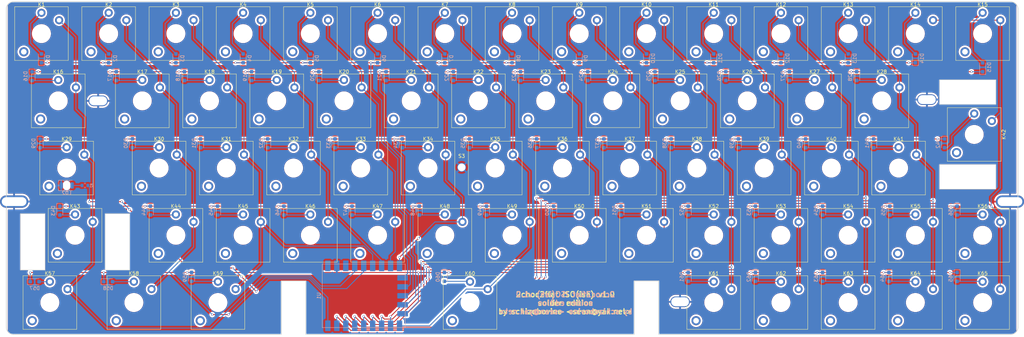
<source format=kicad_pcb>
(kicad_pcb (version 20221018) (generator pcbnew)
  (layers (0 "F.Cu" signal) (31 "B.Cu" signal) (34 "B.Paste" user) (35 "F.Paste" user) (36 "B.SilkS" user "B.Silkscreen") (37 "F.SilkS" user "F.Silkscreen") (38 "B.Mask" user) (39 "F.Mask" user) (44 "Edge.Cuts" user))
  (net 0 "")
  (net 1 "GND")
  (net 2 "row0")
  (net 3 "Net-(D1-A)")
  (net 4 "Net-(D2-A)")
  (net 5 "Net-(D3-A)")
  (net 6 "Net-(D4-A)")
  (net 7 "Net-(D5-A)")
  (net 8 "Net-(D6-A)")
  (net 9 "Net-(D7-A)")
  (net 10 "Net-(D8-A)")
  (net 11 "Net-(D9-A)")
  (net 12 "Net-(D10-A)")
  (net 13 "Net-(D11-A)")
  (net 14 "Net-(D12-A)")
  (net 15 "Net-(D13-A)")
  (net 16 "Net-(D14-A)")
  (net 17 "Net-(D15-A)")
  (net 18 "Net-(D16-A)")
  (net 19 "row1")
  (net 20 "Net-(D17-A)")
  (net 21 "Net-(D18-A)")
  (net 22 "Net-(D19-A)")
  (net 23 "Net-(D20-A)")
  (net 24 "Net-(D21-A)")
  (net 25 "Net-(D22-A)")
  (net 26 "Net-(D23-A)")
  (net 27 "Net-(D24-A)")
  (net 28 "Net-(D25-A)")
  (net 29 "Net-(D26-A)")
  (net 30 "Net-(D27-A)")
  (net 31 "Net-(D28-A)")
  (net 32 "row2")
  (net 33 "Net-(D29-A)")
  (net 34 "Net-(D30-A)")
  (net 35 "Net-(D31-A)")
  (net 36 "Net-(D32-A)")
  (net 37 "Net-(D33-A)")
  (net 38 "Net-(D34-A)")
  (net 39 "Net-(D35-A)")
  (net 40 "Net-(D36-A)")
  (net 41 "Net-(D37-A)")
  (net 42 "Net-(D38-A)")
  (net 43 "Net-(D39-A)")
  (net 44 "Net-(D40-A)")
  (net 45 "Net-(D41-A)")
  (net 46 "row3")
  (net 47 "Net-(D42-A)")
  (net 48 "Net-(D43-A)")
  (net 49 "Net-(D44-A)")
  (net 50 "Net-(D45-A)")
  (net 51 "Net-(D46-A)")
  (net 52 "Net-(D47-A)")
  (net 53 "Net-(D48-A)")
  (net 54 "Net-(D49-A)")
  (net 55 "Net-(D50-A)")
  (net 56 "Net-(D51-A)")
  (net 57 "Net-(D52-A)")
  (net 58 "Net-(D53-A)")
  (net 59 "Net-(D54-A)")
  (net 60 "Net-(D55-A)")
  (net 61 "row4")
  (net 62 "Net-(D56-A)")
  (net 63 "Net-(D57-A)")
  (net 64 "Net-(D58-A)")
  (net 65 "Net-(D59-A)")
  (net 66 "Net-(D60-A)")
  (net 67 "Net-(D61-A)")
  (net 68 "Net-(D62-A)")
  (net 69 "col0")
  (net 70 "col1")
  (net 71 "col2")
  (net 72 "col3")
  (net 73 "col4")
  (net 74 "col5")
  (net 75 "col6")
  (net 76 "col7")
  (net 77 "col8")
  (net 78 "col9")
  (net 79 "col10")
  (net 80 "col11")
  (net 81 "col12")
  (net 82 "col13")
  (net 83 "col14")
  (net 84 "+5V")
  (net 85 "+3V3")
  (net 86 "Net-(D63-A)")
  (net 87 "Net-(D64-A)")
  (net 88 "Net-(D65-A)")
  (net 89 "Net-(LD2-A)")
  (footprint "Switch_Keyboard_Hotswap_Kailh_mine:SW_Soldered_Kailh_Choc_V2_1.00u" (layer "F.Cu") (at 76.2 28.575)
    (fp_text reference "K19")
    (fp_text value "KEYSW")
  )
  (footprint "Switch_Keyboard_Hotswap_Kailh_mine:SW_Soldered_Kailh_Choc_V2_1.00u" (layer "F.Cu") (at 95.25 28.575)
    (fp_text reference "K20")
    (fp_text value "KEYSW")
  )
  (footprint "Switch_Keyboard_Hotswap_Kailh_mine:SW_Soldered_Kailh_Choc_V2_1.00u" (layer "F.Cu") (at 152.4 28.575)
    (fp_text reference "K23")
    (fp_text value "KEYSW")
  )
  (footprint "Switch_Keyboard_Hotswap_Kailh_mine:SW_Soldered_Kailh_Choc_V2_1.00u" (layer "F.Cu") (at 171.45 28.555)
    (fp_text reference "K24")
    (fp_text value "KEYSW")
  )
  (footprint "Switch_Keyboard_Hotswap_Kailh_mine:SW_Soldered_Kailh_Choc_V2_1.00u" (layer "F.Cu") (at 38.1 28.575)
    (fp_text reference "K17")
    (fp_text value "KEYSW")
  )
  (footprint "Switch_Keyboard_Hotswap_Kailh_mine:SW_Soldered_Kailh_Choc_V2_1.00u" (layer "F.Cu") (at 133.35 28.575)
    (fp_text reference "K22")
    (fp_text value "KEYSW")
  )
  (footprint "Switch_Keyboard_Hotswap_Kailh_mine:SW_Soldered_Kailh_Choc_V2_1.00u" (layer "F.Cu") (at 114.3 28.575)
    (fp_text reference "K21")
    (fp_text value "KEYSW")
  )
  (footprint "Switch_Keyboard_Hotswap_Kailh_mine:SW_Soldered_Kailh_Choc_V2_1.00u" (layer "F.Cu") (at 57.15 28.575)
    (fp_text reference "K18")
    (fp_text value "KEYSW")
  )
  (footprint "Switch_Keyboard_Hotswap_Kailh_mine:SW_Soldered_Kailh_Choc_V2_1.50u" (layer "F.Cu") (at 14.2875 28.575)
    (fp_text reference "K16")
    (fp_text value "KEYSW")
  )
  (footprint "Switch_Keyboard_Hotswap_Kailh_mine:SW_Soldered_Kailh_Choc_V2_1.00u" (layer "F.Cu") (at 142.875 9.525)
    (fp_text reference "K8")
    (fp_text value "KEYSW")
  )
  (footprint "Switch_Keyboard_Hotswap_Kailh_mine:SW_Soldered_Kailh_Choc_V2_1.00u" (layer "F.Cu") (at 180.975 9.525)
    (fp_text reference "K10")
    (fp_text value "KEYSW")
  )
  (footprint "Switch_Keyboard_Hotswap_Kailh_mine:SW_Soldered_Kailh_Choc_V2_1.00u" (layer "F.Cu") (at 257.175 9.525)
    (fp_text reference "K14")
    (fp_text value "KEYSW")
  )
  (footprint "Switch_Keyboard_Hotswap_Kailh_mine:SW_Soldered_Kailh_Choc_V2_1.00u" (layer "F.Cu") (at 85.725 9.525)
    (fp_text reference "K5")
    (fp_text value "KEYSW")
  )
  (footprint "Switch_Keyboard_Hotswap_Kailh_mine:SW_Soldered_Kailh_Choc_V2_1.00u" (layer "F.Cu") (at 238.125 9.525)
    (fp_text reference "K13")
    (fp_text value "KEYSW")
  )
  (footprint "Switch_Keyboard_Hotswap_Kailh_mine:SW_Soldered_Kailh_Choc_V2_1.00u" (layer "F.Cu") (at 219.075 9.525)
    (fp_text reference "K12")
    (fp_text value "KEYSW")
  )
  (footprint "Switch_Keyboard_Hotswap_Kailh_mine:SW_Soldered_Kailh_Choc_V2_1.00u" (layer "F.Cu") (at 200.025 9.525)
    (fp_text reference "K11")
    (fp_text value "KEYSW")
  )
  (footprint "Switch_Keyboard_Hotswap_Kailh_mine:SW_Soldered_Kailh_Choc_V2_1.00u" (layer "F.Cu") (at 161.925 9.525)
    (fp_text reference "K9")
    (fp_text value "KEYSW")
  )
  (footprint "Switch_Keyboard_Hotswap_Kailh_mine:SW_Soldered_Kailh_Choc_V2_1.00u" (layer "F.Cu") (at 123.825 9.525)
    (fp_text reference "K7")
    (fp_text value "KEYSW")
  )
  (footprint "Switch_Keyboard_Hotswap_Kailh_mine:SW_Soldered_Kailh_Choc_V2_1.00u" (layer "F.Cu") (at 104.775 9.525)
    (fp_text reference "K6")
    (fp_text value "KEYSW")
  )
  (footprint "Switch_Keyboard_Hotswap_Kailh_mine:SW_Soldered_Kailh_Choc_V2_1.00u" (layer "F.Cu") (at 66.675 9.525)
    (fp_text reference "K4")
    (fp_text value "KEYSW")
  )
  (footprint "Switch_Keyboard_Hotswap_Kailh_mine:SW_Soldered_Kailh_Choc_V2_1.00u" (layer "F.Cu") (at 28.575 9.525)
    (fp_text reference "K2")
    (fp_text value "KEYSW")
  )
  (footprint "Switch_Keyboard_Hotswap_Kailh_mine:SW_Soldered_Kailh_Choc_V2_1.00u" (layer "F.Cu") (at 9.525 9.525)
    (fp_text reference "K1")
    (fp_text value "KEYSW")
  )
  (footprint "Switch_Keyboard_Hotswap_Kailh_mine:SW_Soldered_Kailh_Choc_V2_1.00u" (layer "F.Cu") (at 47.625 9.525)
    (fp_text reference "K3")
    (fp_text value "KEYSW")
  )
  (footprint "Switch_Keyboard_Hotswap_Kailh_mine:SW_Soldered_Kailh_Choc_V2_1.00u" (layer "F.Cu") (at 200.025 85.725)
    (fp_text reference "K61")
    (fp_text value "KEYSW")
  )
  (footprint "Switch_Keyboard_Hotswap_Kailh_mine:SW_Soldered_Kailh_Choc_V2_1.00u" (layer "F.Cu") (at 161.925 66.675)
    (fp_text reference "K50")
    (fp_text value "KEYSW")
  )
  (footprint "Switch_Keyboard_Hotswap_Kailh_mine:SW_Soldered_Kailh_Choc_V2_1.00u" (layer "F.Cu") (at 257.17521 66.675056)
    (fp_text reference "K55")
    (fp_text value "KEYSW")
  )
  (footprint "Switch_Keyboard_Hotswap_Kailh_mine:SW_Soldered_Kailh_Choc_V2_1.00u" (layer "F.Cu") (at 238.125 66.675)
    (fp_text reference "K54")
    (fp_text value "KEYSW")
  )
  (footprint "Switch_Keyboard_Hotswap_Kailh_mine:SW_Soldered_Kailh_Choc_V2_1.00u" (layer "F.Cu") (at 180.975 66.675)
    (fp_text reference "K51")
    (fp_text value "KEYSW")
  )
  (footprint "Switch_Keyboard_Hotswap_Kailh_mine:SW_Soldered_Kailh_Choc_V2_1.00u" (layer "F.Cu") (at 219.075 66.675)
    (fp_text reference "K53")
    (fp_text value "KEYSW")
  )
  (footprint "Switch_Keyboard_Hotswap_Kailh_mine:SW_Soldered_Kailh_Choc_V2_1.00u" (layer "F.Cu") (at 142.875 66.675)
    (fp_text reference "K49")
    (fp_text value "KEYSW")
  )
  (footprint "Switch_Keyboard_Hotswap_Kailh_mine:SW_Soldered_Kailh_Choc_V2_1.00u" (layer "F.Cu") (at 200.025 66.675)
    (fp_text reference "K52")
    (fp_text value "KEYSW")
  )
  (footprint "Switch_Keyboard_Hotswap_Kailh_mine:SW_Soldered_Kailh_Choc_V2_1.00u" (layer "F.Cu") (at 257.175 85.725072)
    (fp_text reference "K64")
    (fp_text value "KEYSW")
  )
  (footprint "Switch_Keyboard_Hotswap_Kailh_mine:SW_Soldered_Kailh_Choc_V2_1.00u" (layer "F.Cu") (at 238.125 85.725)
    (fp_text reference "K63")
    (fp_text value "KEYSW")
  )
  (footprint "Switch_Keyboard_Hotswap_Kailh_mine:SW_Soldered_Kailh_Choc_V2_1.00u" (layer "F.Cu") (at 247.65 28.575)
    (fp_text reference "K28")
    (fp_text value "KEYSW")
  )
  (footprint "Switch_Keyboard_Hotswap_Kailh_mine:SW_Soldered_Kailh_Choc_V2_1.00u" (layer "F.Cu") (at 66.675 66.675)
    (fp_text reference "K45")
    (fp_text value "KEYSW")
  )
  (footprint "Switch_Keyboard_Hotswap_Kailh_mine:SW_Soldered_Kailh_Choc_V2_1.00u" (layer "F.Cu") (at 190.5 28.575)
    (fp_text reference "K25")
    (fp_text value "KEYSW")
  )
  (footprint "Switch_Keyboard_Hotswap_Kailh_mine:SW_Soldered_Kailh_Choc_V2_1.00u" (layer "F.Cu") (at 119.0625 47.625)
    (fp_text reference "K34")
    (fp_text value "KEYSW")
  )
  (footprint "Switch_Keyboard_Hotswap_Kailh_mine:SW_Soldered_Kailh_Choc_V2_1.00u" (layer "F.Cu") (at 61.9125 47.625)
    (fp_text reference "K31")
    (fp_text value "KEYSW")
  )
  (footprint "Switch_Keyboard_Hotswap_Kailh_mine:SW_Soldered_Kailh_Choc_V2_1.25u" (layer "F.Cu") (at 59.53125 85.725)
    (fp_text reference "K59")
    (fp_text value "KEYSW")
  )
  (footprint "Switch_Keyboard_Hotswap_Kailh_mine:SW_Soldered_Kailh_Choc_V2_1.00u" (layer "F.Cu") (at 219.075 85.725)
    (fp_text reference "K62")
    (fp_text value "KEYSW")
  )
  (footprint "Switch_Keyboard_Hotswap_Kailh_mine:SW_Soldered_Kailh_Choc_V2_1.00u" (layer "F.Cu") (at 276.225 66.675)
    (fp_text reference "K56")
    (fp_text value "KEYSW")
  )
  (footprint "Switch_Keyboard_Hotswap_Kailh_mine:SW_Soldered_Kailh_Choc_V2_1.00u" (layer "F.Cu") (at 176.2125 47.625)
    (fp_text reference "K37")
    (fp_text value "KEYSW")
  )
  (footprint "Switch_Keyboard_Hotswap_Kailh_mine:SW_Soldered_Kailh_Choc_V2_1.25u" (layer "F.Cu") (at 11.90625 85.725)
    (fp_text reference "K57")
    (fp_text value "KEYSW")
  )
  (footprint "Switch_Keyboard_Hotswap_Kailh_mine:SW_Soldered_Kailh_Choc_V2_1.00u" (layer "F.Cu") (at 228.6 28.575)
    (fp_text reference "K27")
    (fp_text value "KEYSW")
  )
  (footprint "Switch_Keyboard_Hotswap_Kailh_mine:SW_Soldered_Kailh_Choc_V2_1.00u" (layer "F.Cu") (at 104.775 66.675)
    (fp_text reference "K47")
    (fp_text value "KEYSW")
  )
  (footprint "Switch_Keyboard_Hotswap_Kailh_mine:SW_Soldered_Kailh_Choc_V2_1.00u" (layer "F.Cu") (at 80.9625 47.625)
    (fp_text reference "K32")
    (fp_text value "KEYSW")
  )
  (footprint "Switch_Keyboard_Hotswap_Kailh_mine:SW_Soldered_Kailh_Choc_V2_1.00u" (layer "F.Cu") (at 252.4125 47.625)
    (fp_text reference "K41")
    (fp_text value "KEYSW")
  )
  (footprint "Switch_Keyboard_Hotswap_Kailh_mine:SW_Soldered_Kailh_Choc_V2_1.00u" (layer "F.Cu") (at 157.1625 47.625)
    (fp_text reference "K36")
    (fp_text value "KEYSW")
  )
  (footprint "Switch_Keyboard_Hotswap_Kailh_mine:SW_Soldered_Kailh_Choc_V2_1.00u" (layer "F.Cu") (at 100.0125 47.625)
    (fp_text reference "K33")
    (fp_text value "KEYSW")
  )
  (footprint "Switch_Keyboard_Hotswap_Kailh_mine:SW_Soldered_Kailh_Choc_V2_1.00u" (layer "F.Cu") (at 42.8625 47.625)
    (fp_text reference "K30")
    (fp_text value "KEYSW")
  )
  (footprint "Switch_Keyboard_Hotswap_Kailh_mine:SW_Soldered_Kailh_Choc_V2_1.00u" (layer "F.Cu") (at 195.2625 47.625)
    (fp_text reference "K38")
    (fp_text value "KEYSW")
  )
  (footprint "Switch_Keyboard_Hotswap_Kailh_mine:SW_Soldered_Kailh_Choc_V2_2.00u_0deg_Gateron_LP_Stabs" (layer "F.Cu") (at 19.05 66.675)
    (fp_text reference "K43")
    (fp_text value "KEYSW")
    (fp_line (start -15.5 -6.15) (end -15.5 9.85) (stroke (width 0.12)) (layer "Edge.Cuts"))
    (fp_line (start -15.5 -6.15) (end -8.5 -6.15) (stroke (width 0.12)) (layer "Edge.Cuts"))
    (fp_line (start -15.5 9.85) (end -8.5 9.85) (stroke (width 0.12)) (layer "Edge.Cuts"))
    (fp_line (start -8.5 -6.15) (end -8.5 9.85) (stroke (width 0.12)) (layer "Edge.Cuts"))
    (fp_line (start 8.5 -6.15) (end 15.5 -6.15) (stroke (width 0.12)) (layer "Edge.Cuts"))
    (fp_line (start 8.5 9.85) (end 8.5 -6.15) (stroke (width 0.12)) (layer "Edge.Cuts"))
    (fp_line (start 15.5 -6.15) (end 15.5 9.85) (stroke (width 0.12)) (layer "Edge.Cuts"))
    (fp_line (start 15.5 9.85) (end 8.5 9.85) (stroke (width 0.12)) (layer "Edge.Cuts"))
  )
  (footprint "Switch_Keyboard_Hotswap_Kailh_mine:SW_Soldered_Kailh_Choc_V2_1.00u" (layer "F.Cu") (at 233.3625 47.625)
    (fp_text reference "K40")
    (fp_text value "KEYSW")
  )
  (footprint "Switch_Keyboard_Hotswap_Kailh_mine:SW_Soldered_Kailh_Choc_V2_1.00u" (layer "F.Cu") (at 214.3125 47.625)
    (fp_text reference "K39")
    (fp_text value "KEYSW")
  )
  (footprint "Switch_Keyboard_Hotswap_Kailh_mine:SW_Soldered_Kailh_Choc_V2_1.00u" (layer "F.Cu") (at 209.55 28.575)
    (fp_text reference "K26")
    (fp_text value "KEYSW")
  )
  (footprint "Switch_Keyboard_Hotswap_Kailh_mine:SW_Soldered_Kailh_Choc_V2_1.00u" (layer "F.Cu") (at 138.1125 47.625)
    (fp_text reference "K35")
    (fp_text value "KEYSW")
  )
  (footprint "Switch_Keyboard_Hotswap_Kailh_mine:SW_Soldered_Kailh_Choc_V2_1.75u" (layer "F.Cu") (at 16.66875 47.625)
    (fp_text reference "K29")
    (fp_text value "KEYSW")
  )
  (footprint "Switch_Keyboard_Hotswap_Kailh_mine:SW_Soldered_Kailh_Choc_V2_1.00u" (layer "F.Cu") (at 123.825 66.675)
    (fp_text reference "K48")
    (fp_text value "KEYSW")
  )
  (footprint "Switch_Keyboard_Hotswap_Kailh_mine:SW_Soldered_Kailh_Choc_V2_1.25u" (layer "F.Cu") (at 35.71875 85.725)
    (fp_text reference "K58")
    (fp_text value "KEYSW")
  )
  (footprint "Switch_Keyboard_Hotswap_Kailh_mine:SW_Soldered_Kailh_Choc_V2_1.00u" (layer "F.Cu") (at 85.725 66.675)
    (fp_text reference "K46")
    (fp_text value "KEYSW")
  )
  (footprint "schizobovine:8x3.5_7x2.5mm" (layer "F.Cu") (at 1.778 57.125)
    (fp_text reference "S4" hide)
    (fp_text value "Screw")
  )
  (footprint "schizobovine:8x3.5_7x2.5mm" (layer "F.Cu") (at 283.972 57.125)
    (fp_text reference "S5" hide)
    (fp_text value "Screw")
  )
  (footprint "Switch_Keyboard_Hotswap_Kailh_mine:SW_Soldered_Kailh_Choc_V2_6.25u" (layer "F.Cu") (at 130.96875 85.725)
    (fp_text reference "K60")
    (fp_text value "KEYSW")
  )
  (footprint "schizobovine:3_5x2.5mm" (layer "F.Cu") (at 260.425 28.22705)
    (fp_text reference "S2" hide)
    (fp_text value "Screw")
  )
  (footprint "schizobovine:3_5x2.5mm" (layer "F.Cu") (at 25.6 28.575024)
    (fp_text reference "S1" hide)
    (fp_text value "Screw")
  )
  (footprint "schizobovine:MountingHole_2.2mm_M2_Pad_TopOnly" (layer "F.Cu") (at 128.587608 47.42504)
    (fp_text reference "S3")
    (fp_text value "Screw")
  )
  (footprint "schizobovine:3_5x2.5mm" (layer "F.Cu") (at 190.50016 85.525)
    (fp_text reference "S6" hide)
    (fp_text value "Screw")
  )
  (footprint "Switch_Keyboard_Hotswap_Kailh_mine:SW_Soldered_Kailh_Choc_V2_ISOEnter_West_Gateron_LP_Stabs" (layer "F.Cu") (at 273.84398 38.1)
    (fp_text reference "K42")
    (fp_text value "KEYSW")
    (fp_line (start -9.85 -15.5) (end -9.85 -8.5) (stroke (width 0.12)) (layer "Edge.Cuts"))
    (fp_line (start -9.85 8.5) (end 6.15 8.5) (stroke (width 0.12)) (layer "Edge.Cuts"))
    (fp_line (start -9.85 15.5) (end -9.85 8.5) (stroke (width 0.12)) (layer "Edge.Cuts"))
    (fp_line (start 6.15 -15.5) (end -9.85 -15.5) (stroke (width 0.12)) (layer "Edge.Cuts"))
    (fp_line (start 6.15 -15.5) (end 6.15 -8.5) (stroke (width 0.12)) (layer "Edge.Cuts"))
    (fp_line (start 6.15 -8.5) (end -9.85 -8.5) (stroke (width 0.12)) (layer "Edge.Cuts"))
    (fp_line (start 6.15 8.5) (end 6.15 15.5) (stroke (width 0.12)) (layer "Edge.Cuts"))
    (fp_line (start 6.15 15.5) (end -9.85 15.5) (stroke (width 0.12)) (layer "Edge.Cuts"))
  )
  (footprint "Switch_Keyboard_Hotswap_Kailh_mine:SW_Soldered_Kailh_Choc_V2_1.00u" (layer "F.Cu") (at 47.625 66.675)
    (fp_text reference "K44")
    (fp_text value "KEYSW")
  )
  (footprint "Switch_Keyboard_Hotswap_Kailh_mine:SW_Soldered_Kailh_Choc_V2_1.00u" (layer "F.Cu") (at 276.225 85.725072)
    (fp_text reference "K65")
    (fp_text value "KEYSW")
  )
  (footprint "Switch_Keyboard_Hotswap_Kailh_mine:SW_Soldered_Kailh_Choc_V2_1.00u" (layer "F.Cu") (at 276.225 9.525)
    (fp_text reference "K15")
    (fp_text value "KEYSW")
  )
  (footprint "Diode_SMD:D_SOD-323_HandSoldering" (layer "B.Cu") (at 230.886 78.466 -90)
    (fp_text reference "D63")
    (fp_text value "D")
  )
  (footprint "Diode_SMD:D_SOD-323_HandSoldering" (layer "B.Cu") (at 211.836 78.466 -90)
    (fp_text reference "D62")
    (fp_text value "D")
  )
  (footprint "Diode_SMD:D_SOD-323_HandSoldering" (layer "B.Cu") (at 192.786 78.466 -90)
    (fp_text reference "D61")
    (fp_text value "D")
  )
  (footprint "Diode_SMD:D_SOD-323_HandSoldering" (layer "B.Cu") (at 123.698 78.466 -90)
    (fp_text reference "D60")
    (fp_text value "D")
  )
  (footprint "Diode_SMD:D_SOD-323_HandSoldering" (layer "B.Cu") (at 52.07 78.466 -90)
    (fp_text reference "D59")
    (fp_text value "D")
  )
  (footprint "Diode_SMD:D_SOD-323_HandSoldering" (layer "B.Cu") (at 268.986 59.67 -90)
    (fp_text reference "D56")
    (fp_text value "D")
  )
  (footprint "Diode_SMD:D_SOD-323_HandSoldering" (layer "B.Cu") (at 249.936 59.67 -90)
    (fp_text reference "D55")
    (fp_text value "D")
  )
  (footprint "Diode_SMD:D_SOD-323_HandSoldering" (layer "B.Cu") (at 230.886 59.67 -90)
    (fp_text reference "D54")
    (fp_text value "D")
  )
  (footprint "Diode_SMD:D_SOD-323_HandSoldering" (layer "B.Cu") (at 211.836 59.67 -90)
    (fp_text reference "D53")
    (fp_text value "D")
  )
  (footprint "Diode_SMD:D_SOD-323_HandSoldering" (layer "B.Cu") (at 154.686 59.67 -90)
    (fp_text reference "D50")
    (fp_text value "D")
  )
  (footprint "Diode_SMD:D_SOD-323_HandSoldering" (layer "B.Cu") (at 116.586 59.67 -90)
    (fp_text reference "D48")
    (fp_text value "D")
  )
  (footprint "Diode_SMD:D_SOD-323_HandSoldering" (layer "B.Cu") (at 97.536 59.67 -90)
    (fp_text reference "D47")
    (fp_text value "D")
  )
  (footprint "Diode_SMD:D_SOD-323_HandSoldering" (layer "B.Cu") (at 221.488 21.55 -90)
    (fp_text reference "D27")
    (fp_text value "D")
  )
  (footprint "Diode_SMD:D_SOD-323_HandSoldering" (layer "B.Cu") (at 226.06 40.62 -90)
    (fp_text reference "D40")
    (fp_text value "D")
  )
  (footprint "Diode_SMD:D_SOD-323_HandSoldering" (layer "B.Cu") (at 50.038 21.57 -90)
    (fp_text reference "D18")
    (fp_text value "D")
  )
  (footprint "Diode_SMD:D_SOD-323_HandSoldering" (layer "B.Cu") (at 183.388 21.57 -90)
    (fp_text reference "D25")
    (fp_text value "D")
  )
  (footprint "Diode_SMD:D_SOD-323_HandSoldering" (layer "B.Cu") (at 207.01 40.62 -90)
    (fp_text reference "D39")
    (fp_text value "D")
  )
  (footprint "Diode_SMD:D_SOD-323_HandSoldering" (layer "B.Cu") (at 111.76 40.62 -90)
    (fp_text reference "D34")
    (fp_text value "D")
  )
  (footprint "Diode_SMD:D_SOD-323_HandSoldering" (layer "B.Cu") (at 9.144 40.62 -90)
    (fp_text reference "D29")
    (fp_text value "D")
  )
  (footprint "Diode_SMD:D_SOD-323_HandSoldering" (layer "B.Cu") (at 187.96 40.62 -90)
    (fp_text reference "D38")
    (fp_text value "D")
  )
  (footprint "Diode_SMD:D_SOD-323_HandSoldering" (layer "B.Cu") (at 130.81 40.62 -90)
    (fp_text reference "D35")
    (fp_text value "D")
  )
  (footprint "Diode_SMD:D_SOD-323_HandSoldering" (layer "B.Cu") (at 35.306 40.6 -90)
    (fp_text reference "D30")
    (fp_text value "D")
  )
  (footprint "Diode_SMD:D_SOD-323_HandSoldering" (layer "B.Cu") (at 73.66 40.62 -90)
    (fp_text reference "D32")
    (fp_text value "D")
  )
  (footprint "Diode_SMD:D_SOD-323_HandSoldering" (layer "B.Cu") (at 107.188 21.57 -90)
    (fp_text reference "D21")
    (fp_text value "D")
  )
  (footprint "Diode_SMD:D_SOD-323_HandSoldering" (layer "B.Cu") (at 203.454 21.55 -90)
    (fp_text reference "D26")
    (fp_text value "D")
  )
  (footprint "Diode_SMD:D_SOD-323_HandSoldering" (layer "B.Cu") (at 126.238 21.57 -90)
    (fp_text reference "D22")
    (fp_text value "D")
  )
  (footprint "Diode_SMD:D_SOD-323_HandSoldering" (layer "B.Cu") (at 164.338 21.57 -90)
    (fp_text reference "D24")
    (fp_text value "D")
  )
  (footprint "Diode_SMD:D_SOD-323_HandSoldering" (layer "B.Cu") (at 245.364 40.62 -90)
    (fp_text reference "D41")
    (fp_text value "D")
  )
  (footprint "Diode_SMD:D_SOD-323_HandSoldering" (layer "B.Cu") (at 149.86 40.62 -90)
    (fp_text reference "D36")
    (fp_text value "D")
  )
  (footprint "Diode_SMD:D_SOD-323_HandSoldering" (layer "B.Cu") (at 92.71 40.62 -90)
    (fp_text reference "D33")
    (fp_text value "D")
  )
  (footprint "Diode_SMD:D_SOD-323_HandSoldering" (layer "B.Cu") (at 59.436 59.67 -90)
    (fp_text reference "D45")
    (fp_text value "D")
  )
  (footprint "Diode_SMD:D_SOD-323_HandSoldering" (layer "B.Cu") (at 173.736 59.67 -90)
    (fp_text reference "D51")
    (fp_text value "D")
  )
  (footprint "Diode_SMD:D_SOD-323_HandSoldering" (layer "B.Cu") (at 265.43 40.62 -90)
    (fp_text reference "D42")
    (fp_text value "D")
  )
  (footprint "Diode_SMD:D_SOD-323_HandSoldering" (layer "B.Cu") (at 28.428 79.825)
    (fp_text reference "D58")
    (fp_text value "D")
  )
  (footprint "Diode_SMD:D_SOD-323_HandSoldering" (layer "B.Cu") (at 168.91 40.62 -90)
    (fp_text reference "D37")
    (fp_text value "D")
  )
  (footprint "Diode_SMD:D_SOD-323_HandSoldering" (layer "B.Cu") (at 88.138 21.57 -90)
    (fp_text reference "D20")
    (fp_text value "D")
  )
  (footprint "Diode_SMD:D_SOD-323_HandSoldering" (layer "B.Cu") (at 240.538 21.55 -90)
    (fp_text reference "D28")
    (fp_text value "D")
  )
  (footprint "Diode_SMD:D_SOD-323_HandSoldering" (layer "B.Cu") (at 54.61 40.62 -90)
    (fp_text reference "D31")
    (fp_text value "D")
  )
  (footprint "Diode_SMD:D_SOD-323_HandSoldering" (layer "B.Cu") (at 145.288 21.57 -90)
    (fp_text reference "D23")
    (fp_text value "D")
  )
  (footprint "Diode_SMD:D_SOD-323_HandSoldering" (layer "B.Cu") (at 192.786 59.67 -90)
    (fp_text reference "D52")
    (fp_text value "D")
  )
  (footprint "Diode_SMD:D_SOD-323_HandSoldering" (layer "B.Cu") (at 135.636 59.67 -90)
    (fp_text reference "D49")
    (fp_text value "D")
  )
  (footprint "Diode_SMD:D_SOD-323_HandSoldering" (layer "B.Cu") (at 69.088 21.57 -90)
    (fp_text reference "D19")
    (fp_text value "D")
  )
  (footprint "Diode_SMD:D_SOD-323_HandSoldering" (layer "B.Cu") (at 180.975 16.53 90)
    (fp_text reference "D10")
    (fp_text value "D")
  )
  (footprint "Diode_SMD:D_SOD-323_HandSoldering" (layer "B.Cu") (at 257.175 16.53 90)
    (fp_text reference "D14")
    (fp_text value "D")
  )
  (footprint "Diode_SMD:D_SOD-323_HandSoldering" (layer "B.Cu") (at 161.925 16.53 90)
    (fp_text reference "D9")
    (fp_text value "D")
  )
  (footprint "Diode_SMD:D_SOD-323_HandSoldering" (layer "B.Cu") (at 238.125 16.53 90)
    (fp_text reference "D13")
    (fp_text value "D")
  )
  (footprint "Diode_SMD:D_SOD-323_HandSoldering" (layer "B.Cu") (at 200.025 16.53 90)
    (fp_text reference "D11")
    (fp_text value "D")
  )
  (footprint "Diode_SMD:D_SOD-323_HandSoldering" (layer "B.Cu") (at 30.734 21.57 -90)
    (fp_text reference "D17")
    (fp_text value "D")
  )
  (footprint "Diode_SMD:D_SOD-323_HandSoldering" (layer "B.Cu") (at 6.858 21.59 -90)
    (fp_text reference "D16")
    (fp_text value "D")
  )
  (footprint "Diode_SMD:D_SOD-323_HandSoldering" (layer "B.Cu") (at 219.075 16.53 90)
    (fp_text reference "D12")
    (fp_text value "D")
  )
  (footprint "Diode_SMD:D_SOD-323_HandSoldering" (layer "B.Cu") (at 123.825 16.53 90)
    (fp_text reference "D7")
    (fp_text value "D")
  )
  (footprint "Diode_SMD:D_SOD-323_HandSoldering" (layer "B.Cu") (at 47.625 16.53 90)
    (fp_text reference "D3")
    (fp_text value "D")
  )
  (footprint "Diode_SMD:D_SOD-323_HandSoldering" (layer "B.Cu") (at 85.725 16.53 90)
    (fp_text reference "D5")
    (fp_text value "D")
  )
  (footprint "Diode_SMD:D_SOD-323_HandSoldering" (layer "B.Cu") (at 142.875 16.53 90)
    (fp_text reference "D8")
    (fp_text value "D")
  )
  (footprint "Diode_SMD:D_SOD-323_HandSoldering" (layer "B.Cu") (at 104.775 16.53 90)
    (fp_text reference "D6")
    (fp_text value "D")
  )
  (footprint "Diode_SMD:D_SOD-323_HandSoldering" (layer "B.Cu") (at 66.675 16.53 90)
    (fp_text reference "D4")
    (fp_text value "D")
  )
  (footprint "Diode_SMD:D_SOD-323_HandSoldering" (layer "B.Cu") (at 249.682 78.466 -90)
    (fp_text reference "D64")
    (fp_text value "D")
  )
  (footprint "Diode_SMD:D_SOD-323_HandSoldering" (layer "B.Cu") (at 78.232 59.67 -90)
    (fp_text reference "D46")
    (fp_text value "D")
  )
  (footprint "Diode_SMD:D_SOD-323_HandSoldering" (layer "B.Cu") (at 14.732 59.69 -90)
    (fp_text reference "D43")
    (fp_text value "D")
  )
  (footprint "Diode_SMD:D_SOD-323_HandSoldering" (layer "B.Cu") (at 9.525 16.53 90)
    (fp_text reference "D1")
    (fp_text value "D")
  )
  (footprint "Diode_SMD:D_SOD-323_HandSoldering" (layer "B.Cu") (at 28.575 16.53 90)
    (fp_text reference "D2")
    (fp_text value "D")
  )
  (footprint "Diode_SMD:D_SOD-323_HandSoldering" (layer "B.Cu") (at 7.6 79.825)
    (fp_text reference "D57")
    (fp_text value "D")
  )
  (footprint "schizobovine:R_0603_1608Metric" (layer "B.Cu") (at 21.844 52.555 180)
    (fp_text reference "R2")
    (fp_text value "330R")
  )
  (footprint "schizobovine:WAVESHARE_RP2040_TINY_SLIM" (layer "B.Cu") (at 100.8375 83.82 -90)
    (fp_text reference "U1")
    (fp_text value "WS-RP2040-Tiny")
  )
  (footprint "Diode_SMD:D_SOD-323_HandSoldering" (layer "B.Cu") (at 268.986 78.466 -90)
    (fp_text reference "D65")
    (fp_text value "D")
  )
  (footprint "schizobovine:LED_1206_3216Metric_ReverseMount_Hole1.8x2.4mm" (layer "B.Cu") (at 16.66875 52.555)
    (fp_text reference "LD2")
    (fp_text value "LED")
  )
  (footprint "Diode_SMD:D_SOD-323_HandSoldering" (layer "B.Cu") (at 276.225 19.07 90)
    (fp_text reference "D15")
    (fp_text value "D")
  )
  (footprint "Diode_SMD:D_SOD-323_HandSoldering" (layer "B.Cu") (at 40.386 59.67 -90)
    (fp_text reference "D44")
    (fp_text value "D")
  )
  (gr_line (start 284.225 0.525) (end 1.525 0.525) (stroke (width 0.2)) (layer "Edge.Cuts"))
  (gr_line (start 177.469 94.725064) (end 177.469 79.6) (stroke (width 0.2)) (layer "Edge.Cuts"))
  (gr_line (start 184.469 94.725064) (end 284.225 94.725064) (stroke (width 0.2)) (layer "Edge.Cuts"))
  (gr_arc (start -0.425 2.525) (mid 0.135786 1.121142) (end 1.525 0.525) (stroke (width 0.2)) (layer "Edge.Cuts"))
  (gr_arc (start 286.225 92.725064) (mid 285.639214 94.139278) (end 284.225 94.725064) (stroke (width 0.2)) (layer "Edge.Cuts"))
  (gr_line (start 1.525 94.725064) (end 77.469 94.725064) (stroke (width 0.2)) (layer "Edge.Cuts"))
  (gr_line (start 84.469 94.725064) (end 177.469 94.725064) (stroke (width 0.2)) (layer "Edge.Cuts"))
  (gr_line (start -0.425 2.525) (end -0.425 92.725064) (stroke (width 0.2)) (layer "Edge.Cuts"))
  (gr_arc (start 284.225 0.525) (mid 285.639214 1.110786) (end 286.225 2.525) (stroke (width 0.2)) (layer "Edge.Cuts"))
  (gr_line (start 84.469 79.6) (end 84.469 94.725064) (stroke (width 0.2)) (layer "Edge.Cuts"))
  (gr_arc (start 1.525 94.725064) (mid 0.135786 94.128922) (end -0.425 92.725064) (stroke (width 0.2)) (layer "Edge.Cuts"))
  (gr_line (start 184.469 79.6) (end 184.469 94.725064) (stroke (width 0.2)) (layer "Edge.Cuts"))
  (gr_line (start 286.225 92.725064) (end 286.225 2.525) (stroke (width 0.2)) (layer "Edge.Cuts"))
  (gr_line (start 77.469 79.6) (end 84.469 79.6) (stroke (width 0.2)) (layer "Edge.Cuts"))
  (gr_line (start 77.469 94.725064) (end 77.469 79.6) (stroke (width 0.2)) (layer "Edge.Cuts"))
  (gr_line (start 177.469 79.6) (end 184.469 79.6) (stroke (width 0.2)) (layer "Edge.Cuts"))
  (gr_text "2choc2flat ISO(ish) v1.0\nsolder edition\nby schizobovine <sean@yak.net>" (at 157.988 85.852) (layer "B.SilkS") (effects (font (size 1.5 1.5) (thickness 0.3)) (justify mirror)))
  (gr_text "2choc2flat ISO(ish) v1.0\nsolder edition\nby schizobovine <sean@yak.net>" (at 157.988 85.852) (layer "F.SilkS") (effects (font (size 1.5 1.5) (thickness 0.3))))
  (segment (start 83.566 17.78) (end 102.87 17.78) (width 0.25) (layer "F.Cu") (net 2))
  (segment (start 64.516 17.78) (end 83.566 17.78) (width 0.25) (layer "F.Cu") (net 2))
  (segment (start 160.782 17.78) (end 179.832 17.78) (width 0.25) (layer "F.Cu") (net 2))
  (segment (start 217.17 17.78) (end 236.474 17.78) (width 0.25) (layer "F.Cu") (net 2))
  (segment (start 236.474 17.78) (end 255.27 17.78) (width 0.25) (layer "F.Cu") (net 2))
  (segment (start 198.12 17.78) (end 217.17 17.78) (width 0.25) (layer "F.Cu") (net 2))
  (segment (start 46.482 17.78) (end 64.516 17.78) (width 0.25) (layer "F.Cu") (net 2))
  (segment (start 122.174 17.78) (end 141.224 17.78) (width 0.25) (layer "F.Cu") (net 2))
  (segment (start 179.832 17.78) (end 198.12 17.78) (width 0.25) (layer "F.Cu") (net 2))
  (segment (start 11.176 17.78) (end 26.924 17.78) (width 0.25) (layer "F.Cu") (net 2))
  (segment (start 26.924 17.78) (end 46.482 17.78) (width 0.25) (layer "F.Cu") (net 2))
  (segment (start 141.224 17.78) (end 160.782 17.78) (width 0.25) (layer "F.Cu") (net 2))
  (segment (start 102.87 17.78) (end 122.174 17.78) (width 0.25) (layer "F.Cu") (net 2))
  (via (at 11.176 17.78) (size 0.6) (drill 0.4) (layers "F.Cu" "B.Cu") (net 2))
  (via (at 236.474 17.78) (size 0.6) (drill 0.4) (layers "F.Cu" "B.Cu") (net 2))
  (via (at 102.87 17.78) (size 0.6) (drill 0.4) (layers "F.Cu" "B.Cu") (net 2))
  (via (at 64.516 17.78) (size 0.6) (drill 0.4) (layers "F.Cu" "B.Cu") (net 2))
  (via (at 160.782 17.78) (size 0.6) (drill 0.4) (layers "F.Cu" "B.Cu") (net 2))
  (via (at 141.224 17.78) (size 0.6) (drill 0.4) (layers "F.Cu" "B.Cu") (net 2))
  (via (at 83.566 17.78) (size 0.6) (drill 0.4) (layers "F.Cu" "B.Cu") (net 2))
  (via (at 46.482 17.78) (size 0.6) (drill 0.4) (layers "F.Cu" "B.Cu") (net 2))
  (via (at 255.27 17.78) (size 0.6) (drill 0.4) (layers "F.Cu" "B.Cu") (net 2))
  (via (at 26.924 17.78) (size 0.6) (drill 0.4) (layers "F.Cu" "B.Cu") (net 2))
  (via (at 122.174 17.78) (size 0.6) (drill 0.4) (layers "F.Cu" "B.Cu") (net 2))
  (via (at 217.17 17.78) (size 0.6) (drill 0.4) (layers "F.Cu" "B.Cu") (net 2))
  (via (at 179.832 17.78) (size 0.6) (drill 0.4) (layers "F.Cu" "B.Cu") (net 2))
  (via (at 198.12 17.78) (size 0.6) (drill 0.4) (layers "F.Cu" "B.Cu") (net 2))
  (segment (start 142.875 17.78) (end 141.224 17.78) (width 0.25) (layer "B.Cu") (net 2))
  (segment (start 66.675 17.78) (end 64.516 17.78) (width 0.25) (layer "B.Cu") (net 2))
  (segment (start 47.625 17.78) (end 46.482 17.78) (width 0.25) (layer "B.Cu") (net 2))
  (segment (start 255.27 17.78) (end 257.175 17.78) (width 0.25) (layer "B.Cu") (net 2))
  (segment (start 113.284 77.47) (end 113.284 73.66) (width 0.25) (layer "B.Cu") (net 2))
  (segment (start 102.87 25.4) (end 102.87 17.78) (width 0.25) (layer "B.Cu") (net 2))
  (segment (start 110.49 59.436) (end 110.49 44.958) (width 0.25) (layer "B.Cu") (net 2))
  (segment (start 113.284 73.66) (end 112.014 72.39) (width 0.25) (layer "B.Cu") (net 2))
  (segment (start 104.775 17.78) (end 102.87 17.78) (width 0.25) (layer "B.Cu") (net 2))
  (segment (start 112.014 78.74) (end 113.284 77.47) (width 0.25) (layer "B.Cu") (net 2))
  (segment (start 110.49 44.958) (end 105.918 40.386) (width 0.25) (layer "B.Cu") (net 2))
  (segment (start 85.725 17.78) (end 83.566 17.78) (width 0.25) (layer "B.Cu") (net 2))
  (segment (start 105.918 28.448) (end 102.87 25.4) (width 0.25) (layer "B.Cu") (net 2))
  (segment (start 180.975 17.78) (end 179.832 17.78) (width 0.25) (layer "B.Cu") (net 2))
  (segment (start 112.014 60.96) (end 110.49 59.436) (width 0.25) (layer "B.Cu") (net 2))
  (segment (start 28.575 17.78) (end 26.924 17.78) (width 0.25) (layer "B.Cu") (net 2))
  (segment (start 200.025 17.78) (end 198.12 17.78) (width 0.25) (layer "B.Cu") (net 2))
  (segment (start 123.825 17.78) (end 122.174 17.78) (width 0.25) (layer "B.Cu") (net 2))
  (segment (start 112.014 72.39) (end 112.014 60.96) (width 0.25) (layer "B.Cu") (net 2))
  (segment (start 238.125 17.78) (end 236.474 17.78) (width 0.25) (layer "B.Cu") (net 2))
  (segment (start 111.87 78.74) (end 112.014 78.74) (width 0.25) (layer "B.Cu") (net 2))
  (segment (start 9.525 17.78) (end 11.176 17.78) (width 0.25) (layer "B.Cu") (net 2))
  (segment (start 105.918 40.386) (end 105.918 28.448) (width 0.25) (layer "B.Cu") (net 2))
  (segment (start 219.075 17.78) (end 217.17 17.78) (width 0.25) (layer "B.Cu") (net 2))
  (segment (start 161.925 17.78) (end 160.782 17.78) (width 0.25) (layer "B.Cu") (net 2))
  (segment (start 9.525 3.625) (end 6.475479 6.674521) (width 0.25) (layer "B.Cu") (net 3))
  (segment (start 6.475479 6.674521) (end 6.475479 12.230479) (width 0.25) (layer "B.Cu") (net 3))
  (segment (start 6.475479 12.230479) (end 9.525 15.28) (width 0.25) (layer "B.Cu") (net 3))
  (segment (start 28.575 3.625) (end 25.525479 6.674521) (width 0.25) (layer "B.Cu") (net 4))
  (segment (start 25.525479 12.230479) (end 28.575 15.28) (width 0.25) (layer "B.Cu") (net 4))
  (segment (start 25.525479 6.674521) (end 25.525479 12.230479) (width 0.25) (layer "B.Cu") (net 4))
  (segment (start 44.575479 6.674521) (end 44.575479 12.230479) (width 0.25) (layer "B.Cu") (net 5))
  (segment (start 47.625 3.625) (end 44.575479 6.674521) (width 0.25) (layer "B.Cu") (net 5))
  (segment (start 44.575479 12.230479) (end 47.625 15.28) (width 0.25) (layer "B.Cu") (net 5))
  (segment (start 63.625479 6.674521) (end 63.625479 12.230479) (width 0.25) (layer "B.Cu") (net 6))
  (segment (start 63.625479 12.230479) (end 66.675 15.28) (width 0.25) (layer "B.Cu") (net 6))
  (segment (start 66.675 3.625) (end 63.625479 6.674521) (width 0.25) (layer "B.Cu") (net 6))
  (segment (start 82.675479 6.674521) (end 82.675479 12.230479) (width 0.25) (layer "B.Cu") (net 7))
  (segment (start 85.725 3.625) (end 82.675479 6.674521) (width 0.25) (layer "B.Cu") (net 7))
  (segment (start 82.675479 12.230479) (end 85.725 15.28) (width 0.25) (layer "B.Cu") (net 7))
  (segment (start 101.725479 12.230479) (end 104.775 15.28) (width 0.25) (layer "B.Cu") (net 8))
  (segment (start 104.775 3.625) (end 101.725479 6.674521) (width 0.25) (layer "B.Cu") (net 8))
  (segment (start 101.725479 6.674521) (end 101.725479 12.230479) (width 0.25) (layer "B.Cu") (net 8))
  (segment (start 120.775479 6.674521) (end 120.775479 12.230479) (width 0.25) (layer "B.Cu") (net 9))
  (segment (start 120.775479 12.230479) (end 123.825 15.28) (width 0.25) (layer "B.Cu") (net 9))
  (segment (start 123.825 3.625) (end 120.775479 6.674521) (width 0.25) (layer "B.Cu") (net 9))
  (segment (start 139.825479 6.674521) (end 139.825479 12.230479) (width 0.25) (layer "B.Cu") (net 10))
  (segment (start 139.825479 12.230479) (end 142.875 15.28) (width 0.25) (layer "B.Cu") (net 10))
  (segment (start 142.875 3.625) (end 139.825479 6.674521) (width 0.25) (layer "B.Cu") (net 10))
  (segment (start 161.925 3.625) (end 158.875479 6.674521) (width 0.25) (layer "B.Cu") (net 11))
  (segment (start 158.875479 12.230479) (end 161.925 15.28) (width 0.25) (layer "B.Cu") (net 11))
  (segment (start 158.875479 6.674521) (end 158.875479 12.230479) (width 0.25) (layer "B.Cu") (net 11))
  (segment (start 177.925479 12.230479) (end 180.975 15.28) (width 0.25) (layer "B.Cu") (net 12))
  (segment (start 177.925479 6.674521) (end 177.925479 12.230479) (width 0.25) (layer "B.Cu") (net 12))
  (segment (start 180.975 3.625) (end 177.925479 6.674521) (width 0.25) (layer "B.Cu") (net 12))
  (segment (start 196.975479 6.674521) (end 196.975479 12.230479) (width 0.25) (layer "B.Cu") (net 13))
  (segment (start 196.975479 12.230479) (end 200.025 15.28) (width 0.25) (layer "B.Cu") (net 13))
  (segment (start 200.025 3.625) (end 196.975479 6.674521) (width 0.25) (layer "B.Cu") (net 13))
  (segment (start 216.025479 12.230479) (end 219.075 15.28) (width 0.25) (layer "B.Cu") (net 14))
  (segment (start 219.075 3.625) (end 216.025479 6.674521) (width 0.25) (layer "B.Cu") (net 14))
  (segment (start 216.025479 6.674521) (end 216.025479 12.230479) (width 0.25) (layer "B.Cu") (net 14))
  (segment (start 235.075479 12.230479) (end 238.125 15.28) (width 0.25) (layer "B.Cu") (net 15))
  (segment (start 238.125 3.625) (end 235.075479 6.674521) (width 0.25) (layer "B.Cu") (net 15))
  (segment (start 235.075479 6.674521) (end 235.075479 12.230479) (width 0.25) (layer "B.Cu") (net 15))
  (segment (start 257.175 3.625) (end 254.125479 6.674521) (width 0.25) (layer "B.Cu") (net 16))
  (segment (start 254.125479 6.674521) (end 254.125479 12.230479) (width 0.25) (layer "B.Cu") (net 16))
  (segment (start 254.125479 12.230479) (end 257.175 15.28) (width 0.25) (layer "B.Cu") (net 16))
  (segment (start 273.175479 14.770479) (end 276.225 17.82) (width 0.25) (layer "B.Cu") (net 17))
  (segment (start 273.175479 6.674521) (end 273.175479 14.770479) (width 0.25) (layer "B.Cu") (net 17))
  (segment (start 276.225 3.625) (end 273.175479 6.674521) (width 0.25) (layer "B.Cu") (net 17))
  (segment (start 6.858 22.84) (end 14.1225 22.84) (width 0.25) (layer "B.Cu") (net 18))
  (segment (start 14.1225 22.84) (end 14.2875 22.675) (width 0.25) (layer "B.Cu") (net 18))
  (segment (start 202.184 20.32) (end 220.218 20.32) (width 0.25) (layer "F.Cu") (net 19))
  (segment (start 67.31 20.32) (end 86.614 20.32) (width 0.25) (layer "F.Cu") (net 19))
  (segment (start 28.956 20.32) (end 48.514 20.32) (width 0.25) (layer "F.Cu") (net 19))
  (segment (start 124.714 20.32) (end 143.764 20.32) (width 0.25) (layer "F.Cu") (net 19))
  (segment (start 162.814 20.32) (end 182.372 20.32) (width 0.25) (layer "F.Cu") (net 19))
  (segment (start 220.218 20.32) (end 239.014 20.32) (width 0.25) (layer "F.Cu") (net 19))
  (segment (start 182.372 20.32) (end 202.184 20.32) (width 0.25) (layer "F.Cu") (net 19))
  (segment (start 143.764 20.32) (end 162.814 20.32) (width 0.25) (layer "F.Cu") (net 19))
  (segment (start 239.014 20.32) (end 273.05 20.32) (width 0.25) (layer "F.Cu") (net 19))
  (segment (start 86.614 20.32) (end 105.41 20.32) (width 0.25) (layer "F.Cu") (net 19))
  (segment (start 8.636 20.32) (end 28.956 20.32) (width 0.25) (layer "F.Cu") (net 19))
  (segment (start 48.514 20.32) (end 67.31 20.32) (width 0.25) (layer "F.Cu") (net 19))
  (segment (start 105.41 20.32) (end 124.714 20.32) (width 0.25) (layer "F.Cu") (net 19))
  (via (at 220.218 20.32) (size 0.6) (drill 0.4) (layers "F.Cu" "B.Cu") (net 19))
  (via (at 8.636 20.32) (size 0.6) (drill 0.4) (layers "F.Cu" "B.Cu") (net 19))
  (via (at 162.814 20.32) (size 0.6) (drill 0.4) (layers "F.Cu" "B.Cu") (net 19))
  (via (at 28.956 20.32) (size 0.6) (drill 0.4) (layers "F.Cu" "B.Cu") (net 19))
  (via (at 143.764 20.32) (size 0.6) (drill 0.4) (layers "F.Cu" "B.Cu") (net 19))
  (via (at 124.714 20.32) (size 0.6) (drill 0.4) (layers "F.Cu" "B.Cu") (net 19))
  (via (at 67.31 20.32) (size 0.6) (drill 0.4) (layers "F.Cu" "B.Cu") (net 19))
  (via (at 202.184 20.32) (size 0.6) (drill 0.4) (layers "F.Cu" "B.Cu") (net 19))
  (via (at 239.014 20.32) (size 0.6) (drill 0.4) (layers "F.Cu" "B.Cu") (net 19))
  (via (at 182.372 20.32) (size 0.6) (drill 0.4) (layers "F.Cu" "B.Cu") (net 19))
  (via (at 273.05 20.32) (size 0.6) (drill 0.4) (layers "F.Cu" "B.Cu") (net 19))
  (via (at 48.514 20.32) (size 0.6) (drill 0.4) (layers "F.Cu" "B.Cu") (net 19))
  (via (at 105.41 20.32) (size 0.6) (drill 0.4) (layers "F.Cu" "B.Cu") (net 19))
  (via (at 86.614 20.32) (size 0.6) (drill 0.4) (layers "F.Cu" "B.Cu") (net 19))
  (segment (start 273.05 20.32) (end 276.225 20.32) (width 0.25) (layer "B.Cu") (net 19))
  (segment (start 50.038 20.32) (end 48.514 20.32) (width 0.25) (layer "B.Cu") (net 19))
  (segment (start 6.858 20.32) (end 8.636 20.32) (width 0.25) (layer "B.Cu") (net 19))
  (segment (start 114.046 80.518) (end 114.046 73.152) (width 0.25) (layer "B.Cu") (net 19))
  (segment (start 113.03 60.96) (end 111.252 59.182) (width 0.25) (layer "B.Cu") (net 19))
  (segment (start 203.454 20.3) (end 202.204 20.3) (width 0.25) (layer "B.Cu") (net 19))
  (segment (start 88.138 20.32) (end 86.614 20.32) (width 0.25) (layer "B.Cu") (net 19))
  (segment (start 111.252 59.182) (end 111.252 44.704) (width 0.25) (layer "B.Cu") (net 19))
  (segment (start 164.338 20.32) (end 162.814 20.32) (width 0.25) (layer "B.Cu") (net 19))
  (segment (start 111.87 81.28) (end 113.284 81.28) (width 0.25) (layer "B.Cu") (net 19))
  (segment (start 202.204 20.3) (end 202.184 20.32) (width 0.25) (layer "B.Cu") (net 19))
  (segment (start 183.388 20.32) (end 182.372 20.32) (width 0.25) (layer "B.Cu") (net 19))
  (segment (start 221.488 20.3) (end 220.238 20.3) (width 0.25) (layer "B.Cu") (net 19))
  (segment (start 111.252 44.704) (end 106.68 40.132) (width 0.25) (layer "B.Cu") (net 19))
  (segment (start 114.046 73.152) (end 113.03 72.136) (width 0.25) (layer "B.Cu") (net 19))
  (segment (start 113.284 81.28) (end 114.046 80.518) (width 0.25) (layer "B.Cu") (net 19))
  (segment (start 106.68 40.132) (end 106.68 27.178) (width 0.25) (layer "B.Cu") (net 19))
  (segment (start 107.188 20.32) (end 105.41 20.32) (width 0.25) (layer "B.Cu") (net 19))
  (segment (start 239.034 20.3) (end 239.014 20.32) (width 0.25) (layer "B.Cu") (net 19))
  (segment (start 106.68 27.178) (end 105.41 25.908) (width 0.25) (layer "B.Cu") (net 19))
  (segment (start 113.03 72.136) (end 113.03 60.96) (width 0.25) (layer "B.Cu") (net 19))
  (segment (start 30.734 20.32) (end 28.956 20.32) (width 0.25) (layer "B.Cu") (net 19))
  (segment (start 69.088 20.32) (end 67.31 20.32) (width 0.25) (layer "B.Cu") (net 19))
  (segment (start 126.238 20.32) (end 124.714 20.32) (width 0.25) (layer "B.Cu") (net 19))
  (segment (start 240.538 20.3) (end 239.034 20.3) (width 0.25) (layer "B.Cu") (net 19))
  (segment (start 105.41 25.908) (end 105.41 20.32) (width 0.25) (layer "B.Cu") (net 19))
  (segment (start 145.288 20.32) (end 143.764 20.32) (width 0.25) (layer "B.Cu") (net 19))
  (segment (start 220.238 20.3) (end 220.218 20.32) (width 0.25) (layer "B.Cu") (net 19))
  (segment (start 30.734 22.82) (end 37.955 22.82) (width 0.25) (layer "B.Cu") (net 20))
  (segment (start 37.955 22.82) (end 38.1 22.675) (width 0.25) (layer "B.Cu") (net 20))
  (segment (start 50.038 22.82) (end 57.005 22.82) (width 0.25) (layer "B.Cu") (net 21))
  (segment (start 57.005 22.82) (end 57.15 22.675) (width 0.25) (layer "B.Cu") (net 21))
  (segment (start 69.088 22.82) (end 76.055 22.82) (width 0.25) (layer "B.Cu") (net 22))
  (segment (start 76.055 22.82) (end 76.2 22.675) (width 0.25) (layer "B.Cu") (net 22))
  (segment (start 95.105 22.82) (end 95.25 22.675) (width 0.25) (layer "B.Cu") (net 23))
  (segment (start 88.138 22.82) (end 95.105 22.82) (width 0.25) (layer "B.Cu") (net 23))
  (segment (start 107.188 22.82) (end 114.155 22.82) (width 0.25) (layer "B.Cu") (net 24))
  (segment (start 114.155 22.82) (end 114.3 22.675) (width 0.25) (layer "B.Cu") (net 24))
  (segment (start 133.205 22.82) (end 133.35 22.675) (width 0.25) (layer "B.Cu") (net 25))
  (segment (start 126.238 22.82) (end 133.205 22.82) (width 0.25) (layer "B.Cu") (net 25))
  (segment (start 152.255 22.82) (end 152.4 22.675) (width 0.25) (layer "B.Cu") (net 26))
  (segment (start 145.288 22.82) (end 152.255 22.82) (width 0.25) (layer "B.Cu") (net 26))
  (segment (start 164.338 22.82) (end 171.285 22.82) (width 0.25) (layer "B.Cu") (net 27))
  (segment (start 171.285 22.82) (end 171.45 22.655) (width 0.25) (layer "B.Cu") (net 27))
  (segment (start 190.355 22.82) (end 190.5 22.675) (width 0.25) (layer "B.Cu") (net 28))
  (segment (start 183.388 22.82) (end 190.355 22.82) (width 0.25) (layer "B.Cu") (net 28))
  (segment (start 203.454 22.8) (end 209.425 22.8) (width 0.25) (layer "B.Cu") (net 29))
  (segment (start 209.425 22.8) (end 209.55 22.675) (width 0.25) (layer "B.Cu") (net 29))
  (segment (start 228.475 22.8) (end 228.6 22.675) (width 0.25) (layer "B.Cu") (net 30))
  (segment (start 221.488 22.8) (end 228.475 22.8) (width 0.25) (layer "B.Cu") (net 30))
  (segment (start 240.538 22.8) (end 247.525 22.8) (width 0.25) (layer "B.Cu") (net 31))
  (segment (start 247.525 22.8) (end 247.65 22.675) (width 0.25) (layer "B.Cu") (net 31))
  (segment (start 263.398 39.37) (end 244.094 39.37) (width 0.25) (layer "F.Cu") (net 32))
  (segment (start 10.922 39.37) (end 34.036 39.37) (width 0.25) (layer "F.Cu") (net 32))
  (segment (start 148.59 39.37) (end 167.64 39.37) (width 0.25) (layer "F.Cu") (net 32))
  (segment (start 244.094 39.37) (end 224.79 39.37) (width 0.25) (layer "F.Cu") (net 32))
  (segment (start 72.39 39.37) (end 91.44 39.37) (width 0.25) (layer "F.Cu") (net 32))
  (segment (start 205.74 39.37) (end 186.69 39.37) (width 0.25) (layer "F.Cu") (net 32))
  (segment (start 224.79 39.37) (end 205.74 39.37) (width 0.25) (layer "F.Cu") (net 32))
  (segment (start 129.794 39.37) (end 148.59 39.37) (width 0.25) (layer "F.Cu") (net 32))
  (segment (start 34.036 39.37) (end 53.594 39.37) (width 0.25) (layer "F.Cu") (net 32))
  (segment (start 167.64 39.37) (end 186.69 39.37) (width 0.25) (layer "F.Cu") (net 32))
  (segment (start 109.474 39.37) (end 129.794 39.37) (width 0.25) (layer "F.Cu") (net 32))
  (segment (start 91.44 39.37) (end 109.474 39.37) (width 0.25) (layer "F.Cu") (net 32))
  (segment (start 53.594 39.37) (end 72.39 39.37) (width 0.25) (layer "F.Cu") (net 32))
  (via (at 109.474 39.37) (size 0.6) (drill 0.4) (layers "F.Cu" "B.Cu") (net 32))
  (via (at 186.69 39.37) (size 0.6) (drill 0.4) (layers "F.Cu" "B.Cu") (net 32))
  (via (at 263.398 39.37) (size 0.6) (drill 0.4) (layers "F.Cu" "B.Cu") (net 32))
  (via (at 34.036 39.37) (size 0.6) (drill 0.4) (layers "F.Cu" "B.Cu") (net 32))
  (via (at 91.44 39.37) (size 0.6) (drill 0.4) (layers "F.Cu" "B.Cu") (net 32))
  (via (at 148.59 39.37) (size 0.6) (drill 0.4) (layers "F.Cu" "B.Cu") (net 32))
  (via (at 205.74 39.37) (size 0.6) (drill 0.4) (layers "F.Cu" "B.Cu") (net 32))
  (via (at 53.594 39.37) (size 0.6) (drill 0.4) (layers "F.Cu" "B.Cu") (net 32))
  (via (at 167.64 39.37) (size 0.6) (drill 0.4) (layers "F.Cu" "B.Cu") (net 32))
  (via (at 129.794 39.37) (size 0.6) (drill 0.4) (layers "F.Cu" "B.Cu") (net 32))
  (via (at 72.39 39.37) (size 0.6) (drill 0.4) (layers "F.Cu" "B.Cu") (net 32))
  (via (at 244.094 39.37) (size 0.6) (drill 0.4) (layers "F.Cu" "B.Cu") (net 32))
  (via (at 224.79 39.37) (size 0.6) (drill 0.4) (layers "F.Cu" "B.Cu") (net 32))
  (via (at 10.922 39.37) (size 0.6) (drill 0.4) (layers "F.Cu" "B.Cu") (net 32))
  (segment (start 168.91 39.37) (end 167.64 39.37) (width 0.25) (layer "B.Cu") (net 32))
  (segment (start 92.71 39.37) (end 91.44 39.37) (width 0.25) (layer "B.Cu") (net 32))
  (segment (start 245.364 39.37) (end 244.094 39.37) (width 0.25) (layer "B.Cu") (net 32))
  (segment (start 54.61 39.37) (end 53.594 39.37) (width 0.25) (layer "B.Cu") (net 32))
  (segment (start 114.808 82.042) (end 114.808 72.898) (width 0.25) (layer "B.Cu") (net 32))
  (segment (start 73.66 39.37) (end 72.39 39.37) (width 0.25) (layer "B.Cu") (net 32))
  (segment (start 187.96 39.37) (end 186.69 39.37) (width 0.25) (layer "B.Cu") (net 32))
  (segment (start 207.01 39.37) (end 205.74 39.37) (width 0.25) (layer "B.Cu") (net 32))
  (segment (start 263.398 39.37) (end 265.43 39.37) (width 0.25) (layer "B.Cu") (net 32))
  (segment (start 34.056 39.35) (end 34.036 39.37) (width 0.25) (layer "B.Cu") (net 32))
  (segment (start 149.86 39.37) (end 148.59 39.37) (width 0.25) (layer "B.Cu") (net 32))
  (segment (start 112.014 58.928) (end 112.014 44.45) (width 0.25) (layer "B.Cu") (net 32))
  (segment (start 111.87 83.82) (end 113.03 83.82) (width 0.25) (layer "B.Cu") (net 32))
  (segment (start 226.06 39.37) (end 224.79 39.37) (width 0.25) (layer "B.Cu") (net 32))
  (segment (start 9.144 39.37) (end 10.922 39.37) (width 0.25) (layer "B.Cu") (net 32))
  (segment (start 112.014 44.45) (end 109.474 41.91) (width 0.25) (layer "B.Cu") (net 32))
  (segment (start 130.81 39.37) (end 129.794 39.37) (width 0.25) (layer "B.Cu") (net 32))
  (segment (start 114.046 60.96) (end 112.014 58.928) (width 0.25) (layer "B.Cu") (net 32))
  (segment (start 113.03 83.82) (end 114.808 82.042) (width 0.25) (layer "B.Cu") (net 32))
  (segment (start 114.808 72.898) (end 114.046 72.136) (width 0.25) (layer "B.Cu") (net 32))
  (segment (start 111.76 39.37) (end 109.474 39.37) (width 0.25) (layer "B.Cu") (net 32))
  (segment (start 35.306 39.35) (end 34.056 39.35) (width 0.25) (layer "B.Cu") (net 32))
  (segment (start 109.474 41.91) (end 109.474 39.37) (width 0.25) (layer "B.Cu") (net 32))
  (segment (start 114.046 72.136) (end 114.046 60.96) (width 0.25) (layer "B.Cu") (net 32))
  (segment (start 9.144 41.87) (end 16.52375 41.87) (width 0.25) (layer "B.Cu") (net 33))
  (segment (start 16.52375 41.87) (end 16.66875 41.725) (width 0.25) (layer "B.Cu") (net 33))
  (segment (start 42.7375 41.85) (end 42.8625 41.725) (width 0.25) (layer "B.Cu") (net 34))
  (segment (start 35.306 41.85) (end 42.7375 41.85) (width 0.25) (layer "B.Cu") (net 34))
  (segment (start 54.61 41.87) (end 61.7675 41.87) (width 0.25) (layer "B.Cu") (net 35))
  (segment (start 61.7675 41.87) (end 61.9125 41.725) (width 0.25) (layer "B.Cu") (net 35))
  (segment (start 80.8175 41.87) (end 80.9625 41.725) (width 0.25) (layer "B.Cu") (net 36))
  (segment (start 73.66 41.87) (end 80.8175 41.87) (width 0.25) (layer "B.Cu") (net 36))
  (segment (start 92.71 41.87) (end 99.8675 41.87) (width 0.25) (layer "B.Cu") (net 37))
  (segment (start 99.8675 41.87) (end 100.0125 41.725) (width 0.25) (layer "B.Cu") (net 37))
  (segment (start 118.9175 41.87) (end 119.0625 41.725) (width 0.25) (layer "B.Cu") (net 38))
  (segment (start 111.76 41.87) (end 118.9175 41.87) (width 0.25) (layer "B.Cu") (net 38))
  (segment (start 137.9675 41.87) (end 138.1125 41.725) (width 0.25) (layer "B.Cu") (net 39))
  (segment (start 130.81 41.87) (end 137.9675 41.87) (width 0.25) (layer "B.Cu") (net 39))
  (segment (start 149.86 41.87) (end 157.0175 41.87) (width 0.25) (layer "B.Cu") (net 40))
  (segment (start 157.0175 41.87) (end 157.1625 41.725) (width 0.25) (layer "B.Cu") (net 40))
  (segment (start 176.0675 41.87) (end 176.2125 41.725) (width 0.25) (layer "B.Cu") (net 41))
  (segment (start 168.91 41.87) (end 176.0675 41.87) (width 0.25) (layer "B.Cu") (net 41))
  (segment (start 195.1175 41.87) (end 195.2625 41.725) (width 0.25) (layer "B.Cu") (net 42))
  (segment (start 187.96 41.87) (end 195.1175 41.87) (width 0.25) (layer "B.Cu") (net 42))
  (segment (start 207.01 41.87) (end 214.1675 41.87) (width 0.25) (layer "B.Cu") (net 43))
  (segment (start 214.1675 41.87) (end 214.3125 41.725) (width 0.25) (layer "B.Cu") (net 43))
  (segment (start 226.06 41.87) (end 233.2175 41.87) (width 0.25) (layer "B.Cu") (net 44))
  (segment (start 233.2175 41.87) (end 233.3625 41.725) (width 0.25) (layer "B.Cu") (net 44))
  (segment (start 245.364 41.87) (end 252.2675 41.87) (width 0.25) (layer "B.Cu") (net 45))
  (segment (start 252.2675 41.87) (end 252.4125 41.725) (width 0.25) (layer "B.Cu") (net 45))
  (segment (start 248.666 58.42) (end 267.208 58.42) (width 0.25) (layer "F.Cu") (net 46))
  (segment (start 133.858 58.42) (end 153.162 58.42) (width 0.25) (layer "F.Cu") (net 46))
  (segment (start 57.658 58.42) (end 76.708 58.42) (width 0.25) (layer "F.Cu") (net 46))
  (segment (start 153.162 58.42) (end 172.72 58.42) (width 0.25) (layer "F.Cu") (net 46))
  (segment (start 172.72 58.42) (end 191.516 58.42) (width 0.25) (layer "F.Cu") (net 46))
  (segment (start 76.708 58.42) (end 96.012 58.42) (width 0.25) (layer "F.Cu") (net 46))
  (segment (start 229.616 58.42) (end 248.666 58.42) (width 0.25) (layer "F.Cu") (net 46))
  (segment (start 210.312 58.42) (end 229.616 58.42) (width 0.25) (layer "F.Cu") (net 46))
  (segment (start 191.516 58.42) (end 210.312 58.42) (width 0.25) (layer "F.Cu") (net 46))
  (segment (start 16.51 58.42) (end 38.862 58.42) (width 0.25) (layer "F.Cu") (net 46))
  (segment (start 114.808 58.42) (end 133.858 58.42) (width 0.25) (layer "F.Cu") (net 46))
  (segment (start 96.012 58.42) (end 114.808 58.42) (width 0.25) (layer "F.Cu") (net 46))
  (segment (start 38.862 58.42) (end 57.658 58.42) (width 0.25) (layer "F.Cu") (net 46))
  (via (at 96.012 58.42) (size 0.6) (drill 0.4) (layers "F.Cu" "B.Cu") (net 46))
  (via (at 172.72 58.42) (size 0.6) (drill 0.4) (layers "F.Cu" "B.Cu") (net 46))
  (via (at 267.208 58.42) (size 0.6) (drill 0.4) (layers "F.Cu" "B.Cu") (net 46))
  (via (at 57.658 58.42) (size 0.6) (drill 0.4) (layers "F.Cu" "B.Cu") (net 46))
  (via (at 191.516 58.42) (size 0.6) (drill 0.4) (layers "F.Cu" "B.Cu") (net 46))
  (via (at 229.616 58.42) (size 0.6) (drill 0.4) (layers "F.Cu" "B.Cu") (net 46))
  (via (at 114.808 58.42) (size 0.6) (drill 0.4) (layers "F.Cu" "B.Cu") (net 46))
  (via (at 210.312 58.42) (size 0.6) (drill 0.4) (layers "F.Cu" "B.Cu") (net 46))
  (via (at 248.666 58.42) (size 0.6) (drill 0.4) (layers "F.Cu" "B.Cu") (net 46))
  (via (at 76.708 58.42) (size 0.6) (drill 0.4) (layers "F.Cu" "B.Cu") (net 46))
  (via (at 133.858 58.42) (size 0.6) (drill 0.4) (layers "F.Cu" "B.Cu") (net 46))
  (via (at 38.862 58.42) (size 0.6) (drill 0.4) (layers "F.Cu" "B.Cu") (net 46))
  (via (at 16.51 58.42) (size 0.6) (drill 0.4) (layers "F.Cu" "B.Cu") (net 46))
  (via (at 153.162 58.42) (size 0.6) (drill 0.4) (layers "F.Cu" "B.Cu") (net 46))
  (segment (start 114.808 71.882) (end 115.57 72.644) (width 0.25) (layer "B.Cu") (net 46))
  (segment (start 40.386 58.42) (end 38.862 58.42) (width 0.25) (layer "B.Cu") (net 46))
  (segment (start 97.536 58.42) (end 96.012 58.42) (width 0.25) (layer "B.Cu") (net 46))
  (segment (start 192.786 58.42) (end 191.516 58.42) (width 0.25) (layer "B.Cu") (net 46))
  (segment (start 230.886 58.42) (end 229.616 58.42) (width 0.25) (layer "B.Cu") (net 46))
  (segment (start 115.57 83.82) (end 113.03 86.36) (width 0.25) (layer "B.Cu") (net 46))
  (segment (start 173.736 58.42) (end 172.72 58.42) (width 0.25) (layer "B.Cu") (net 46))
  (segment (start 135.636 58.42) (end 133.858 58.42) (width 0.25) (layer "B.Cu") (net 46))
  (segment (start 115.57 72.644) (end 115.57 83.82) (width 0.25) (layer "B.Cu") (net 46))
  (segment (start 14.732 58.42) (end 16.51 58.42) (width 0.25) (layer "B.Cu") (net 46))
  (segment (start 116.586 58.42) (end 114.808 58.42) (width 0.25) (layer "B.Cu") (net 46))
  (segment (start 113.03 86.36) (end 111.87 86.36) (width 0.25) (layer "B.Cu") (net 46))
  (segment (start 78.232 58.42) (end 76.708 58.42) (width 0.25) (layer "B.Cu") (net 46))
  (segment (start 59.436 58.42) (end 57.658 58.42) (width 0.25) (layer "B.Cu") (net 46))
  (segment (start 114.808 58.42) (end 114.808 71.882) (width 0.25) (layer "B.Cu") (net 46))
  (segment (start 154.686 58.42) (end 153.162 58.42) (width 0.25) (layer "B.Cu") (net 46))
  (segment (start 249.936 58.42) (end 248.666 58.42) (width 0.25) (layer "B.Cu") (net 46))
  (segment (start 211.836 58.42) (end 210.312 58.42) (width 0.25) (layer "B.Cu") (net 46))
  (segment (start 267.208 58.42) (end 268.986 58.42) (width 0.25) (layer "B.Cu") (net 46))
  (segment (start 273.84398 32.2) (end 267.462 38.58198) (width 0.25) (layer "B.Cu") (net 47))
  (segment (start 267.462 40.64) (end 266.232 41.87) (width 0.25) (layer "B.Cu") (net 47))
  (segment (start 266.232 41.87) (end 265.43 41.87) (width 0.25) (layer "B.Cu") (net 47))
  (segment (start 267.462 38.58198) (end 267.462 40.64) (width 0.25) (layer "B.Cu") (net 47))
  (segment (start 18.885 60.94) (end 19.05 60.775) (width 0.25) (layer "B.Cu") (net 48))
  (segment (start 14.732 60.94) (end 18.885 60.94) (width 0.25) (layer "B.Cu") (net 48))
  (segment (start 40.386 60.92) (end 47.48 60.92) (width 0.25) (layer "B.Cu") (net 49))
  (segment (start 47.48 60.92) (end 47.625 60.775) (width 0.25) (layer "B.Cu") (net 49))
  (segment (start 66.53 60.92) (end 66.675 60.775) (width 0.25) (layer "B.Cu") (net 50))
  (segment (start 59.436 60.92) (end 66.53 60.92) (width 0.25) (layer "B.Cu") (net 50))
  (segment (start 85.58 60.92) (end 85.725 60.775) (width 0.25) (layer "B.Cu") (net 51))
  (segment (start 78.232 60.92) (end 85.58 60.92) (width 0.25) (layer "B.Cu") (net 51))
  (segment (start 104.63 60.92) (end 104.775 60.775) (width 0.25) (layer "B.Cu") (net 52))
  (segment (start 97.536 60.92) (end 104.63 60.92) (width 0.25) (layer "B.Cu") (net 52))
  (segment (start 123.68 60.92) (end 123.825 60.775) (width 0.25) (layer "B.Cu") (net 53))
  (segment (start 116.586 60.92) (end 123.68 60.92) (width 0.25) (layer "B.Cu") (net 53))
  (segment (start 142.73 60.92) (end 142.875 60.775) (width 0.25) (layer "B.Cu") (net 54))
  (segment (start 135.636 60.92) (end 142.73 60.92) (width 0.25) (layer "B.Cu") (net 54))
  (segment (start 161.78 60.92) (end 161.925 60.775) (width 0.25) (layer "B.Cu") (net 55))
  (segment (start 154.686 60.92) (end 161.78 60.92) (width 0.25) (layer "B.Cu") (net 55))
  (segment (start 173.736 60.92) (end 180.83 60.92) (width 0.25) (layer "B.Cu") (net 56))
  (segment (start 180.83 60.92) (end 180.975 60.775) (width 0.25) (layer "B.Cu") (net 56))
  (segment (start 192.786 60.92) (end 199.88 60.92) (width 0.25) (layer "B.Cu") (net 57))
  (segment (start 199.88 60.92) (end 200.025 60.775) (width 0.25) (layer "B.Cu") (net 57))
  (segment (start 211.836 60.92) (end 218.93 60.92) (width 0.25) (layer "B.Cu") (net 58))
  (segment (start 218.93 60.92) (end 219.075 60.775) (width 0.25) (layer "B.Cu") (net 58))
  (segment (start 230.886 60.92) (end 237.98 60.92) (width 0.25) (layer "B.Cu") (net 59))
  (segment (start 237.98 60.92) (end 238.125 60.775) (width 0.25) (layer "B.Cu") (net 59))
  (segment (start 249.936 60.92) (end 257.030266 60.92) (width 0.25) (layer "B.Cu") (net 60))
  (segment (start 257.030266 60.92) (end 257.17521 60.775056) (width 0.25) (layer "B.Cu") (net 60))
  (segment (start 27.178 77.216) (end 50.8 77.216) (width 0.25) (layer "F.Cu") (net 61))
  (segment (start 210.566 77.216) (end 229.362 77.216) (width 0.25) (layer "F.Cu") (net 61))
  (segment (start 229.362 77.216) (end 248.158 77.216) (width 0.25) (layer "F.Cu") (net 61))
  (segment (start 116.332 77.216) (end 124.968 77.216) (width 0.25) (layer "F.Cu") (net 61))
  (segment (start 124.968 77.216) (end 191.77 77.216) (width 0.25) (layer "F.Cu") (net 61))
  (segment (start 6.35 77.216) (end 27.178 77.216) (width 0.25) (layer "F.Cu") (net 61))
  (segment (start 191.77 77.216) (end 210.566 77.216) (width 0.25) (layer "F.Cu") (net 61))
  (segment (start 50.8 77.216) (end 116.332 77.216) (width 0.25) (layer "F.Cu") (net 61))
  (segment (start 248.158 77.216) (end 266.954 77.216) (width 0.25) (layer "F.Cu") (net 61))
  (via (at 116.332 77.216) (size 0.6) (drill 0.4) (layers "F.Cu" "B.Cu") (net 61))
  (via (at 266.954 77.216) (size 0.6) (drill 0.4) (layers "F.Cu" "B.Cu") (net 61))
  (via (at 210.566 77.216) (size 0.6) (drill 0.4) (layers "F.Cu" "B.Cu") (net 61))
  (via (at 191.77 77.216) (size 0.6) (drill 0.4) (layers "F.Cu" "B.Cu") (net 61))
  (via (at 229.362 77.216) (size 0.6) (drill 0.4) (layers "F.Cu" "B.Cu") (net 61))
  (via (at 50.8 77.216) (size 0.6) (drill 0.4) (layers "F.Cu" "B.Cu") (net 61))
  (via (at 124.968 77.216) (size 0.6) (drill 0.4) (layers "F.Cu" "B.Cu") (net 61))
  (via (at 6.35 77.216) (size 0.6) (drill 0.4) (layers "F.Cu" "B.Cu") (net 61))
  (via (at 27.178 77.216) (size 0.6) (drill 0.4) (layers "F.Cu" "B.Cu") (net 61))
  (via (at 248.158 77.216) (size 0.6) (drill 0.4) (layers "F.Cu" "B.Cu") (net 61))
  (segment (start 249.682 77.216) (end 248.158 77.216) (width 0.25) (layer "B.Cu") (net 61))
  (segment (start 6.35 79.825) (end 6.35 77.216) (width 0.25) (layer "B.Cu") (net 61))
  (segment (start 266.954 77.216) (end 268.986 77.216) (width 0.25) (layer "B.Cu") (net 61))
  (segment (start 116.332 77.216) (end 116.332 85.448583) (width 0.25) (layer "B.Cu") (net 61))
  (segment (start 211.836 77.216) (end 210.566 77.216) (width 0.25) (layer "B.Cu") (net 61))
  (segment (start 112.880583 88.9) (end 111.87 88.9) (width 0.25) (layer "B.Cu") (net 61))
  (segment (start 192.786 77.216) (end 191.77 77.216) (width 0.25) (layer "B.Cu") (net 61))
  (segment (start 230.886 77.216) (end 229.362 77.216) (width 0.25) (layer "B.Cu") (net 61))
  (segment (start 116.332 85.448583) (end 112.880583 88.9) (width 0.25) (layer "B.Cu") (net 61))
  (segment (start 52.07 77.216) (end 50.8 77.216) (width 0.25) (layer "B.Cu") (net 61))
  (segment (start 123.698 77.216) (end 124.968 77.216) (width 0.25) (layer "B.Cu") (net 61))
  (segment (start 27.178 77.216) (end 27.178 79.825) (width 0.25) (layer "B.Cu") (net 61))
  (segment (start 276.08 60.92) (end 276.225 60.775) (width 0.25) (layer "B.Cu") (net 62))
  (segment (start 268.986 60.92) (end 276.08 60.92) (width 0.25) (layer "B.Cu") (net 62))
  (segment (start 8.85 79.825) (end 11.90625 79.825) (width 0.25) (layer "B.Cu") (net 63))
  (segment (start 29.678 79.825) (end 35.71875 79.825) (width 0.25) (layer "B.Cu") (net 64))
  (segment (start 52.07 79.716) (end 59.42225 79.716) (width 0.25) (layer "B.Cu") (net 65))
  (segment (start 59.42225 79.716) (end 59.53125 79.825) (width 0.25) (layer "B.Cu") (net 65))
  (segment (start 123.698 79.716) (end 130.85975 79.716) (width 0.25) (layer "B.Cu") (net 66))
  (segment (start 130.85975 79.716) (end 130.96875 79.825) (width 0.25) (layer "B.Cu") (net 66))
  (segment (start 199.916 79.716) (end 200.025 79.825) (width 0.25) (layer "B.Cu") (net 67))
  (segment (start 192.786 79.716) (end 199.916 79.716) (width 0.25) (layer "B.Cu") (net 67))
  (segment (start 211.836 79.716) (end 218.966 79.716) (width 0.25) (layer "B.Cu") (net 68))
  (segment (start 218.966 79.716) (end 219.075 79.825) (width 0.25) (layer "B.Cu") (net 68))
  (segment (start 24.05 62.875) (end 24.05 74.78125) (width 0.25) (layer "B.Cu") (net 69))
  (segment (start 85.716792 78.094) (end 72.274 78.094) (width 0.25) (layer "B.Cu") (net 69))
  (segment (start 21.66875 43.825) (end 24.05 46.20625) (width 0.25) (layer "B.Cu") (net 69))
  (segment (start 88.648792 81.026) (end 85.716792 78.094) (width 0.25) (layer "B.Cu") (net 69))
  (segment (start 24.05 74.78125) (end 16.90625 81.925) (width 0.25) (layer "B.Cu") (net 69))
  (segment (start 98.2975 76.9625) (end 94.234 81.026) (width 0.25) (layer "B.Cu") (net 69))
  (segment (start 24.05 46.20625) (end 24.05 62.875) (width 0.25) (layer "B.Cu") (net 69))
  (segment (start 72.274 78.094) (end 57.404 92.964) (width 0.25) (layer "B.Cu") (net 69))
  (segment (start 19.2875 30.9715) (end 21.66875 33.35275) (width 0.25) (layer "B.Cu") (net 69))
  (segment (start 27.94525 92.964) (end 16.90625 81.925) (width 0.25) (layer "B.Cu") (net 69))
  (segment (start 57.404 92.964) (end 27.94525 92.964) (width 0.25) (layer "B.Cu") (net 69))
  (segment (start 98.2975 75.3275) (end 98.2975 76.9625) (width 0.25) (layer "B.Cu") (net 69))
  (segment (start 19.2875 10.4875) (end 19.2875 24.775) (width 0.25) (layer "B.Cu") (net 69))
  (segment (start 21.66875 33.35275) (end 21.66875 43.825) (width 0.25) (layer "B.Cu") (net 69))
  (segment (start 19.2875 24.775) (end 19.2875 30.9715) (width 0.25) (layer "B.Cu") (net 69))
  (segment (start 14.525 5.725) (end 19.2875 10.4875) (width 0.25) (layer "B.Cu") (net 69))
  (segment (start 94.234 81.026) (end 88.648792 81.026) (width 0.25) (layer "B.Cu") (net 69))
  (segment (start 62.484 89.154) (end 57.912 89.154) (width 0.25) (layer "F.Cu") (net 70))
  (via (at 57.912 89.154) (size 0.6) (drill 0.4) (layers "F.Cu" "B.Cu") (net 70))
  (via (at 62.484 89.154) (size 0.6) (drill 0.4) (layers "F.Cu" "B.Cu") (net 70))
  (segment (start 43.1 21.002) (end 43.1 24.775) (width 0.25) (layer "B.Cu") (net 70))
  (segment (start 57.912 89.154) (end 45.700875 76.942875) (width 0.25) (layer "B.Cu") (net 70))
  (segment (start 33.575 5.725) (end 33.575 11.477) (width 0.25) (layer "B.Cu") (net 70))
  (segment (start 45.700875 76.942875) (end 40.71875 81.925) (width 0.25) (layer "B.Cu") (net 70))
  (segment (start 47.8625 43.825) (end 52.625 48.5875) (width 0.25) (layer "B.Cu") (net 70))
  (segment (start 52.625 70.01875) (end 45.700875 76.942875) (width 0.25) (layer "B.Cu") (net 70))
  (segment (start 62.484 89.154) (end 73.094 78.544) (width 0.25) (layer "B.Cu") (net 70))
  (segment (start 47.8625 29.5375) (end 47.8625 43.825) (width 0.25) (layer "B.Cu") (net 70))
  (segment (start 88.774396 81.788) (end 96.012 81.788) (width 0.25) (layer "B.Cu") (net 70))
  (segment (start 33.575 11.477) (end 43.1 21.002) (width 0.25) (layer "B.Cu") (net 70))
  (segment (start 52.625 48.5875) (end 52.625 62.875) (width 0.25) (layer "B.Cu") (net 70))
  (segment (start 96.012 81.788) (end 100.8375 76.9625) (width 0.25) (layer "B.Cu") (net 70))
  (segment (start 100.8375 76.9625) (end 100.8375 75.3275) (width 0.25) (layer "B.Cu") (net 70))
  (segment (start 43.1 24.775) (end 47.8625 29.5375) (width 0.25) (layer "B.Cu") (net 70))
  (segment (start 73.094 78.544) (end 85.530396 78.544) (width 0.25) (layer "B.Cu") (net 70))
  (segment (start 85.530396 78.544) (end 88.774396 81.788) (width 0.25) (layer "B.Cu") (net 70))
  (segment (start 52.625 62.875) (end 52.625 70.01875) (width 0.25) (layer "B.Cu") (net 70))
  (segment (start 52.625 10.969) (end 62.15 20.494) (width 0.25) (layer "B.Cu") (net 71))
  (segment (start 62.15 20.494) (end 62.15 24.775) (width 0.25) (layer "B.Cu") (net 71))
  (segment (start 103.3775 72.1355) (end 100.966521 69.724521) (width 0.25) (layer "B.Cu") (net 71))
  (segment (start 52.625 5.725) (end 52.625 10.969) (width 0.25) (layer "B.Cu") (net 71))
  (segment (start 66.9125 29.5375) (end 66.9125 43.825) (width 0.25) (layer "B.Cu") (net 71))
  (segment (start 71.675 48.5875) (end 71.675 62.875) (width 0.25) (layer "B.Cu") (net 71))
  (segment (start 103.3775 75.3275) (end 103.3775 72.1355) (width 0.25) (layer "B.Cu") (net 71))
  (segment (start 62.15 24.775) (end 66.9125 29.5375) (width 0.25) (layer "B.Cu") (net 71))
  (segment (start 66.9125 43.825) (end 71.675 48.5875) (width 0.25) (layer "B.Cu") (net 71))
  (segment (start 71.675 62.875) (end 71.675 74.78125) (width 0.25) (layer "B.Cu") (net 71))
  (segment (start 100.966521 69.724521) (end 78.524521 69.724521) (width 0.25) (layer "B.Cu") (net 71))
  (segment (start 71.675 74.78125) (end 64.53125 81.925) (width 0.25) (layer "B.Cu") (net 71))
  (segment (start 78.524521 69.724521) (end 71.675 62.875) (width 0.25) (layer "B.Cu") (net 71))
  (segment (start 90.725 57.197) (end 90.725 62.875) (width 0.25) (layer "B.Cu") (net 72))
  (segment (start 81.2 24.775) (end 85.9625 29.5375) (width 0.25) (layer "B.Cu") (net 72))
  (segment (start 90.725 48.5875) (end 90.725 57.197) (width 0.25) (layer "B.Cu") (net 72))
  (segment (start 105.9175 73.9135) (end 90.725 58.721) (width 0.25) (layer "B.Cu") (net 72))
  (segment (start 81.2 20.494) (end 81.2 24.775) (width 0.25) (layer "B.Cu") (net 72))
  (segment (start 105.9175 75.3275) (end 105.9175 73.9135) (width 0.25) (layer "B.Cu") (net 72))
  (segment (start 85.9625 29.5375) (end 85.9625 43.825) (width 0.25) (layer "B.Cu") (net 72))
  (segment (start 71.675 10.969) (end 81.2 20.494) (width 0.25) (layer "B.Cu") (net 72))
  (segment (start 71.675 5.725) (end 71.675 10.969) (width 0.25) (layer "B.Cu") (net 72))
  (segment (start 90.725 58.721) (end 90.725 57.197) (width 0.25) (layer "B.Cu") (net 72))
  (segment (start 85.9625 43.825) (end 90.725 48.5875) (width 0.25) (layer "B.Cu") (net 72))
  (segment (start 100.25 20.24) (end 100.25 24.775) (width 0.25) (layer "B.Cu") (net 73))
  (segment (start 90.725 10.715) (end 100.25 20.24) (width 0.25) (layer "B.Cu") (net 73))
  (segment (start 90.725 5.725) (end 90.725 10.715) (width 0.25) (layer "B.Cu") (net 73))
  (segment (start 105.0125 43.825) (end 109.775 48.5875) (width 0.25) (layer "B.Cu") (net 73))
  (segment (start 109.775 62.875) (end 109.775 71.327) (width 0.25) (layer "B.Cu") (net 73))
  (segment (start 105.0125 29.5375) (end 105.0125 43.825) (width 0.25) (layer "B.Cu") (net 73))
  (segment (start 109.775 71.327) (end 108.4575 72.6445) (width 0.25) (layer "B.Cu") (net 73))
  (segment (start 100.25 24.775) (end 105.0125 29.5375) (width 0.25) (layer "B.Cu") (net 73))
  (segment (start 109.775 48.5875) (end 109.775 62.875) (width 0.25) (layer "B.Cu") (net 73))
  (segment (start 108.4575 72.6445) (end 108.4575 75.3275) (width 0.25) (layer "B.Cu") (net 73))
  (segment (start 110.998 72.898) (end 116.332 67.564) (width 0.25) (layer "F.Cu") (net 74))
  (via (at 116.332 67.564) (size 0.6) (drill 0.4) (layers "F.Cu" "B.Cu") (net 74))
  (via (at 110.998 72.898) (size 0.6) (drill 0.4) (layers "F.Cu" "B.Cu") (net 74))
  (segment (start 110.9975 72.8985) (end 110.998 72.898) (width 0.25) (layer "B.Cu") (net 74))
  (segment (start 119.3 21.002) (end 119.3 24.775) (width 0.25) (layer "B.Cu") (net 74))
  (segment (start 116.332 67.564) (end 121.021 62.875) (width 0.25) (layer "B.Cu") (net 74))
  (segment (start 128.825 55.927) (end 128.825 62.875) (width 0.25) (layer "B.Cu") (net 74))
  (segment (start 121.021 62.875) (end 128.825 62.875) (width 0.25) (layer "B.Cu") (net 74))
  (segment (start 124.0625 43.825) (end 124.0625 51.1645) (width 0.25) (layer "B.Cu") (net 74))
  (segment (start 109.775 11.477) (end 119.3 21.002) (width 0.25) (layer "B.Cu") (net 74))
  (segment (start 110.9975 75.3275) (end 110.9975 72.8985) (width 0.25) (layer "B.Cu") (net 74))
  (segment (start 109.775 5.725) (end 109.775 11.477) (width 0.25) (layer "B.Cu") (net 74))
  (segment (start 124.0625 51.1645) (end 128.825 55.927) (width 0.25) (layer "B.Cu") (net 74))
  (segment (start 124.0625 29.5375) (end 124.0625 43.825) (width 0.25) (layer "B.Cu") (net 74))
  (segment (start 119.3 24.775) (end 124.0625 29.5375) (width 0.25) (layer "B.Cu") (net 74))
  (segment (start 128.825 5.725) (end 128.825 11.477) (width 0.25) (layer "B.Cu") (net 75))
  (segment (start 119.5235 92.3125) (end 129.911 81.925) (width 0.25) (layer "B.Cu") (net 75))
  (segment (start 147.875 62.875) (end 147.875 70.01875) (width 0.25) (layer "B.Cu") (net 75))
  (segment (start 138.35 21.002) (end 138.35 24.775) (width 0.25) (layer "B.Cu") (net 75))
  (segment (start 110.9975 92.3125) (end 119.5235 92.3125) (width 0.25) (layer "B.Cu") (net 75))
  (segment (start 128.825 11.477) (end 138.35 21.002) (width 0.25) (layer "B.Cu") (net 75))
  (segment (start 143.1125 43.825) (end 147.875 48.5875) (width 0.25) (layer "B.Cu") (net 75))
  (segment (start 129.911 81.925) (end 135.96875 81.925) (width 0.25) (layer "B.Cu") (net 75))
  (segment (start 138.35 24.775) (end 143.1125 29.5375) (width 0.25) (layer "B.Cu") (net 75))
  (segment (start 143.1125 29.5375) (end 143.1125 43.825) (width 0.25) (layer "B.Cu") (net 75))
  (segment (start 147.875 70.01875) (end 135.96875 81.925) (width 0.25) (layer "B.Cu") (net 75))
  (segment (start 147.875 48.5875) (end 147.875 62.875) (width 0.25) (layer "B.Cu") (net 75))
  (segment (start 117.094 74.122) (end 162.606 74.122) (width 0.25) (layer "F.Cu") (net 76))
  (segment (start 166.925 69.803) (end 166.925 62.875) (width 0.25) (layer "F.Cu") (net 76))
  (segment (start 162.606 74.122) (end 166.925 69.803) (width 0.25) (layer "F.Cu") (net 76))
  (segment (start 108.458 89.662) (end 117.094 81.026) (width 0.25) (layer "F.Cu") (net 76))
  (via (at 108.458 89.662) (size 0.6) (drill 0.4) (layers "F.Cu" "B.Cu") (net 76))
  (via (at 117.094 81.026) (size 0.6) (drill 0.4) (layers "F.Cu" "B.Cu") (net 76))
  (via (at 117.094 74.122) (size 0.6) (drill 0.4) (layers "F.Cu" "B.Cu") (net 76))
  (segment (start 147.875 5.725) (end 147.875 10.715) (width 0.25) (layer "B.Cu") (net 76))
  (segment (start 108.4575 92.3125) (end 108.4575 89.6625) (width 0.25) (layer "B.Cu") (net 76))
  (segment (start 108.4575 89.6625) (end 108.458 89.662) (width 0.25) (layer "B.Cu") (net 76))
  (segment (start 117.094 81.026) (end 117.094 76.962) (width 0.25) (layer "B.Cu") (net 76))
  (segment (start 157.4 24.775) (end 162.1625 29.5375) (width 0.25) (layer "B.Cu") (net 76))
  (segment (start 166.925 48.5875) (end 166.925 62.875) (width 0.25) (layer "B.Cu") (net 76))
  (segment (start 162.1625 29.5375) (end 162.1625 43.825) (width 0.25) (layer "B.Cu") (net 76))
  (segment (start 117.094 76.962) (end 117.094 74.122) (width 0.25) (layer "B.Cu") (net 76))
  (segment (start 147.875 10.715) (end 157.4 20.24) (width 0.25) (layer "B.Cu") (net 76))
  (segment (start 162.1625 43.825) (end 166.925 48.5875) (width 0.25) (layer "B.Cu") (net 76))
  (segment (start 157.4 20.24) (end 157.4 24.775) (width 0.25) (layer "B.Cu") (net 76))
  (segment (start 117.856 74.884) (end 180.894 74.884) (width 0.25) (layer "F.Cu") (net 77))
  (segment (start 105.918 89.662) (end 106.68 90.424) (width 0.25) (layer "F.Cu") (net 77))
  (segment (start 108.966 90.424) (end 117.856 81.534) (width 0.25) (layer "F.Cu") (net 77))
  (segment (start 180.894 74.884) (end 185.975 69.803) (width 0.25) (layer "F.Cu") (net 77))
  (segment (start 106.68 90.424) (end 108.966 90.424) (width 0.25) (layer "F.Cu") (net 77))
  (segment (start 117.856 81.534) (end 117.856 80.264) (width 0.25) (layer "F.Cu") (net 77))
  (segment (start 185.975 69.803) (end 185.975 62.875) (width 0.25) (layer "F.Cu") (net 77))
  (via (at 117.856 74.884) (size 0.6) (drill 0.4) (layers "F.Cu" "B.Cu") (net 77))
  (via (at 105.918 89.662) (size 0.6) (drill 0.4) (layers "F.Cu" "B.Cu") (net 77))
  (via (at 117.856 80.264) (size 0.6) (drill 0.4) (layers "F.Cu" "B.Cu") (net 77))
  (segment (start 185.975 48.5875) (end 185.975 62.875) (width 0.25) (layer "B.Cu") (net 77))
  (segment (start 181.2125 29.5175) (end 181.2125 43.825) (width 0.25) (layer "B.Cu") (net 77))
  (segment (start 176.45 20.748) (end 176.45 24.775) (width 0.25) (layer "B.Cu") (net 77))
  (segment (start 105.9175 89.6625) (end 105.918 89.662) (width 0.25) (layer "B.Cu") (net 77))
  (segment (start 117.856 76.962) (end 117.856 74.884) (width 0.25) (layer "B.Cu") (net 77))
  (segment (start 166.925 5.725) (end 166.925 11.223) (width 0.25) (layer "B.Cu") (net 77))
  (segment (start 117.856 80.264) (end 117.856 76.962) (width 0.25) (layer "B.Cu") (net 77))
  (segment (start 166.925 11.223) (end 176.45 20.748) (width 0.25) (layer "B.Cu") (net 77))
  (segment (start 176.45 24.755) (end 181.2125 29.5175) (width 0.25) (layer "B.Cu") (net 77))
  (segment (start 105.9175 92.3125) (end 105.9175 89.6625) (width 0.25) (layer "B.Cu") (net 77))
  (segment (start 181.2125 43.825) (end 185.975 48.5875) (width 0.25) (layer "B.Cu") (net 77))
  (segment (start 118.618 82.042) (end 109.474 91.186) (width 0.25) (layer "F.Cu") (net 78))
  (segment (start 104.902 91.186) (end 103.378 89.662) (width 0.25) (layer "F.Cu") (net 78))
  (segment (start 204.978 75.692) (end 205.025 75.645) (width 0.25) (layer "F.Cu") (net 78))
  (segment (start 109.474 91.186) (end 104.902 91.186) (width 0.25) (layer "F.Cu") (net 78))
  (segment (start 118.618 75.692) (end 204.978 75.692) (width 0.25) (layer "F.Cu") (net 78))
  (segment (start 118.618 79.248) (end 118.618 82.042) (width 0.25) (layer "F.Cu") (net 78))
  (via (at 118.618 75.692) (size 0.6) (drill 0.4) (layers "F.Cu" "B.Cu") (net 78))
  (via (at 205.025 75.645) (size 0.6) (drill 0.4) (layers "F.Cu" "B.Cu") (net 78))
  (via (at 103.378 89.662) (size 0.6) (drill 0.4) (layers "F.Cu" "B.Cu") (net 78))
  (via (at 118.618 79.248) (size 0.6) (drill 0.4) (layers "F.Cu" "B.Cu") (net 78))
  (segment (start 205.025 62.875) (end 205.025 75.645) (width 0.25) (layer "B.Cu") (net 78))
  (segment (start 195.5 24.775) (end 200.2625 29.5375) (width 0.25) (layer "B.Cu") (net 78))
  (segment (start 205.025 48.5875) (end 205.025 62.875) (width 0.25) (layer "B.Cu") (net 78))
  (segment (start 200.2625 43.825) (end 205.025 48.5875) (width 0.25) (layer "B.Cu") (net 78))
  (segment (start 185.975 5.725) (end 185.975 10.969) (width 0.25) (layer "B.Cu") (net 78))
  (segment (start 200.2625 29.5375) (end 200.2625 43.825) (width 0.25) (layer "B.Cu") (net 78))
  (segment (start 118.618 77.216) (end 118.618 75.692) (width 0.25) (layer "B.Cu") (net 78))
  (segment (start 103.3775 92.3125) (end 103.3775 89.6625) (width 0.25) (layer "B.Cu") (net 78))
  (segment (start 205.025 75.645) (end 205.025 81.925) (width 0.25) (layer "B.Cu") (net 78))
  (segment (start 185.975 10.969) (end 195.5 20.494) (width 0.25) (layer "B.Cu") (net 78))
  (segment (start 118.618 79.248) (end 118.618 77.216) (width 0.25) (layer "B.Cu") (net 78))
  (segment (start 103.3775 89.6625) (end 103.378 89.662) (width 0.25) (layer "B.Cu") (net 78))
  (segment (start 195.5 20.494) (end 195.5 24.775) (width 0.25) (layer "B.Cu") (net 78))
  (segment (start 103.124 91.948) (end 109.982 91.948) (width 0.25) (layer "F.Cu") (net 79))
  (segment (start 119.38 82.55) (end 119.38 78.486) (width 0.25) (layer "F.Cu") (net 79))
  (segment (start 100.838 89.662) (end 103.124 91.948) (width 0.25) (layer "F.Cu") (net 79))
  (segment (start 119.38 76.454) (end 224.028 76.454) (width 0.25) (layer "F.Cu") (net 79))
  (segment (start 109.982 91.948) (end 119.38 82.55) (width 0.25) (layer "F.Cu") (net 79))
  (segment (start 224.028 76.454) (end 224.075 76.407) (width 0.25) (layer "F.Cu") (net 79))
  (via (at 119.38 78.486) (size 0.6) (drill 0.4) (layers "F.Cu" "B.Cu") (net 79))
  (via (at 119.38 76.454) (size 0.6) (drill 0.4) (layers "F.Cu" "B.Cu") (net 79))
  (via (at 224.075 76.407) (size 0.6) (drill 0.4) (layers "F.Cu" "B.Cu") (net 79))
  (via (at 100.838 89.662) (size 0.6) (drill 0.4) (layers "F.Cu" "B.Cu") (net 79))
  (segment (start 119.38 76.708) (end 119.38 76.454) (width 0.25) (layer "B.Cu") (net 79))
  (segment (start 100.8375 92.3125) (end 100.8375 89.6625) (width 0.25) (layer "B.Cu") (net 79))
  (segment (start 224.075 62.875) (end 224.075 76.407) (width 0.25) (layer "B.Cu") (net 79))
  (segment (start 119.38 78.486) (end 119.38 76.708) (width 0.25) (layer "B.Cu") (net 79))
  (segment (start 224.075 76.407) (end 224.075 81.925) (width 0.25) (layer "B.Cu") (net 79))
  (segment (start 214.55 21.002) (end 214.55 24.775) (width 0.25) (layer "B.Cu") (net 79))
  (segment (start 205.025 11.477) (end 214.55 21.002) (width 0.25) (layer "B.Cu") (net 79))
  (segment (start 205.025 5.725) (end 205.025 11.477) (width 0.25) (layer "B.Cu") (net 79))
  (segment (start 219.3125 43.825) (end 224.075 48.5875) (width 0.25) (layer "B.Cu") (net 79))
  (segment (start 219.3125 29.5375) (end 219.3125 43.825) (width 0.25) (layer "B.Cu") (net 79))
  (segment (start 100.8375 89.6625) (end 100.838 89.662) (width 0.25) (layer "B.Cu") (net 79))
  (segment (start 214.55 24.775) (end 219.3125 29.5375) (width 0.25) (layer "B.Cu") (net 79))
  (segment (start 224.075 48.5875) (end 224.075 62.875) (width 0.25) (layer "B.Cu") (net 79))
  (segment (start 135.636 92.71) (end 149.86 78.486) (width 0.25) (layer "F.Cu") (net 80))
  (segment (start 98.298 89.662) (end 101.346 92.71) (width 0.25) (layer "F.Cu") (net 80))
  (segment (start 149.86 56.134) (end 243.078 56.134) (width 0.25) (layer "F.Cu") (net 80))
  (segment (start 101.346 92.71) (end 135.636 92.71) (width 0.25) (layer "F.Cu") (net 80))
  (segment (start 243.078 56.134) (end 243.125 56.087) (width 0.25) (layer "F.Cu") (net 80))
  (via (at 149.86 56.134) (size 0.6) (drill 0.4) (layers "F.Cu" "B.Cu") (net 80))
  (via (at 149.86 78.486) (size 0.6) (drill 0.4) (layers "F.Cu" "B.Cu") (net 80))
  (via (at 98.298 89.662) (size 0.6) (drill 0.4) (layers "F.Cu" "B.Cu") (net 80))
  (via (at 243.125 56.087) (size 0.6) (drill 0.4) (layers "F.Cu" "B.Cu") (net 80))
  (segment (start 224.075 5.725) (end 224.075 11.477) (width 0.25) (layer "B.Cu") (net 80))
  (segment (start 243.125 56.087) (end 243.125 62.875) (width 0.25) (layer "B.Cu") (net 80))
  (segment (start 243.125 48.5875) (end 243.125 56.087) (width 0.25) (layer "B.Cu") (net 80))
  (segment (start 238.3625 29.5375) (end 238.3625 43.825) (width 0.25) (layer "B.Cu") (net 80))
  (segment (start 233.6 21.002) (end 233.6 24.775) (width 0.25) (layer "B.Cu") (net 80))
  (segment (start 224.075 11.477) (end 233.6 21.002) (width 0.25) (layer "B.Cu") (net 80))
  (segment (start 243.125 62.875) (end 243.125 81.925) (width 0.25) (layer "B.Cu") (net 80))
  (segment (start 149.86 56.134) (end 149.86 78.486) (width 0.25) (layer "B.Cu") (net 80))
  (segment (start 238.3625 43.825) (end 243.125 48.5875) (width 0.25) (layer "B.Cu") (net 80))
  (segment (start 233.6 24.775) (end 238.3625 29.5375) (width 0.25) (layer "B.Cu") (net 80))
  (segment (start 98.2975 89.6625) (end 98.298 89.662) (width 0.25) (layer "B.Cu") (net 80))
  (segment (start 98.2975 92.3125) (end 98.2975 89.6625) (width 0.25) (layer "B.Cu") (net 80))
  (segment (start 99.25552 93.15952) (end 136.393339 93.15952) (width 0.25) (layer "F.Cu") (net 81))
  (segment (start 95.758 89.662) (end 99.25552 93.15952) (width 0.25) (layer "F.Cu") (net 81))
  (segment (start 151.066859 78.486) (end 151.13 78.486) (width 0.25) (layer "F.Cu") (net 81))
  (segment (start 262.128 56.896) (end 262.17521 56.84879) (width 0.25) (layer "F.Cu") (net 81))
  (segment (start 137.672661 91.880198) (end 151.066859 78.486) (width 0.25) (layer "F.Cu") (net 81))
  (segment (start 136.393339 93.15952) (end 137.672661 91.880198) (width 0.25) (layer "F.Cu") (net 81))
  (segment (start 151.13 56.896) (end 262.128 56.896) (width 0.25) (layer "F.Cu") (net 81))
  (via (at 151.13 78.486) (size 0.6) (drill 0.4) (layers "F.Cu" "B.Cu") (net 81))
  (via (at 262.17521 56.84879) (size 0.6) (drill 0.4) (layers "F.Cu" "B.Cu") (net 81))
  (via (at 95.758 89.662) (size 0.6) (drill 0.4) (layers "F.Cu" "B.Cu") (net 81))
  (via (at 151.13 56.896) (size 0.6) (drill 0.4) (layers "F.Cu" "B.Cu") (net 81))
  (segment (start 262.17521 48.58771) (end 262.17521 56.84879) (width 0.25) (layer "B.Cu") (net 81))
  (segment (start 257.4125 43.825) (end 262.17521 48.58771) (width 0.25) (layer "B.Cu") (net 81))
  (segment (start 151.13 78.486) (end 151.13 57.658) (width 0.25) (layer "B.Cu") (net 81))
  (segment (start 262.17521 62.875056) (end 262.17521 81.924862) (width 0.25) (layer "B.Cu") (net 81))
  (segment (start 252.65 24.775) (end 252.65 30.4) (width 0.25) (layer "B.Cu") (net 81))
  (segment (start 151.13 57.658) (end 151.13 56.896) (width 0.25) (layer "B.Cu") (net 81))
  (segment (start 262.17521 81.924862) (end 262.175 81.925072) (width 0.25) (layer "B.Cu") (net 81))
  (segment (start 95.7575 92.3125) (end 95.758 92.312) (width 0.25) (layer "B.Cu") (net 81))
  (segment (start 243.125 11.731) (end 252.65 21.256) (width 0.25) (layer "B.Cu") (net 81))
  (segment (start 262.17521 56.84879) (end 262.17521 62.875056) (width 0.25) (layer "B.Cu") (net 81))
  (segment (start 95.758 92.312) (end 95.758 89.662) (width 0.25) (layer "B.Cu") (net 81))
  (segment (start 252.65 21.256) (end 252.65 24.775) (width 0.25) (layer "B.Cu") (net 81))
  (segment (start 243.125 5.725) (end 243.125 11.731) (width 0.25) (layer "B.Cu") (net 81))
  (segment (start 257.4125 35.1625) (end 257.4125 43.825) (width 0.25) (layer "B.Cu") (net 81))
  (segment (start 252.65 30.4) (end 257.4125 35.1625) (width 0.25) (layer "B.Cu") (net 81))
  (segment (start 139.192 91.694) (end 152.4 78.486) (width 0.25) (layer "F.Cu") (net 82))
  (segment (start 277.876 57.658) (end 278.638 58.42) (width 0.25) (layer "F.Cu") (net 82))
  (segment (start 93.218 89.662) (end 97.16504 93.60904) (width 0.25) (layer "F.Cu") (net 82))
  (segment (start 97.16504 93.60904) (end 137.27696 93.60904) (width 0.25) (layer "F.Cu") (net 82))
  (segment (start 137.27696 93.60904) (end 139.192 91.694) (width 0.25) (layer "F.Cu") (net 82))
  (segment (start 262.175 5.725) (end 281.225 5.725) (width 0.25) (layer "F.Cu") (net 82))
  (segment (start 152.4 57.658) (end 277.876 57.658) (width 0.25) (layer "F.Cu") (net 82))
  (via (at 152.4 78.486) (size 0.6) (drill 0.4) (layers "F.Cu" "B.Cu") (net 82))
  (via (at 278.638 58.42) (size 0.6) (drill 0.4) (layers "F.Cu" "B.Cu") (net 82))
  (via (at 152.4 57.658) (size 0.6) (drill 0.4) (layers "F.Cu" "B.Cu") (net 82))
  (via (at 93.218 89.662) (size 0.6) (drill 0.4) (layers "F.Cu" "B.Cu") (net 82))
  (segment (start 281.225 31.91898) (end 278.84398 34.3) (width 0.25) (layer "B.Cu") (net 82))
  (segment (start 281.225 53.293) (end 278.638 55.88) (width 0.25) (layer "B.Cu") (net 82))
  (segment (start 278.638 58.42) (end 281.225 61.007) (width 0.25) (layer "B.Cu") (net 82))
  (segment (start 278.638 55.88) (end 278.638 58.42) (width 0.25) (layer "B.Cu") (net 82))
  (segment (start 281.225 5.725) (end 281.225 31.91898) (width 0.25) (layer "B.Cu") (net 82))
  (segment (start 93.2175 92.3125) (end 93.2175 89.6625) (width 0.25) (layer "B.Cu") (net 82))
  (segment (start 93.2175 89.6625) (end 93.218 89.662) (width 0.25) (layer "B.Cu") (net 82))
  (segment (start 281.225 62.875) (end 281.225 81.925072) (width 0.25) (layer "B.Cu") (net 82))
  (segment (start 152.4 78.486) (end 152.4 57.912) (width 0.25) (layer "B.Cu") (net 82))
  (segment (start 281.225 31.91898) (end 281.225 53.293) (width 0.25) (layer "B.Cu") (net 82))
  (segment (start 152.4 57.912) (end 152.4 57.658) (width 0.25) (layer "B.Cu") (net 82))
  (segment (start 281.225 61.007) (end 281.225 62.875) (width 0.25) (layer "B.Cu") (net 82))
  (segment (start 51.054 75.946) (end 34.544 59.436) (width 0.25) (layer "F.Cu") (net 83))
  (segment (start 32.258 57.15) (end 23.114 57.15) (width 0.25) (layer "F.Cu") (net 83))
  (segment (start 70.358 82.55) (end 66.294 78.486) (width 0.25) (layer "F.Cu") (net 83))
  (segment (start 63.754 75.946) (end 51.054 75.946) (width 0.25) (layer "F.Cu") (net 83))
  (via (at 23.114 57.15) (size 0.6) (drill 0.4) (layers "F.Cu" "B.Cu") (net 83))
  (via (at 63.754 75.946) (size 0.6) (drill 0.4) (layers "F.Cu" "B.Cu") (net 83))
  (via (at 70.358 82.55) (size 0.6) (drill 0.4) (layers "F.Cu" "B.Cu") (net 83))
  (via (at 66.294 78.486) (size 0.6) (drill 0.4) (layers "F.Cu" "B.Cu") (net 83))
  (via (at 34.544 59.436) (size 0.6) (drill 0.4) (layers "F.Cu" "B.Cu") (net 83))
  (via (at 32.258 57.15) (size 0.6) (drill 0.4) (layers "F.Cu" "B.Cu") (net 83))
  (segment (start 70.358 82.55) (end 73.914 78.994) (width 0.25) (layer "B.Cu") (net 83))
  (segment (start 73.914 78.994) (end 85.344 78.994) (width 0.25) (layer "B.Cu") (net 83))
  (segment (start 23.114 53) (end 22.669 52.555) (width 0.25) (layer "B.Cu") (net 83))
  (segment (start 90.6775 84.3275) (end 90.6775 92.3125) (width 0.25) (layer "B.Cu") (net 83))
  (segment (start 85.344 78.994) (end 90.6775 84.3275) (width 0.25) (layer "B.Cu") (net 83))
  (segment (start 66.294 78.486) (end 63.754 75.946) (width 0.25) (layer "B.Cu") (net 83))
  (segment (start 34.544 59.436) (end 32.258 57.15) (width 0.25) (layer "B.Cu") (net 83))
  (segment (start 23.114 57.15) (end 23.114 53) (width 0.25) (layer "B.Cu") (net 83))
  (segment (start 238.016 79.716) (end 238.125 79.825) (width 0.25) (layer "B.Cu") (net 86))
  (segment (start 230.886 79.716) (end 238.016 79.716) (width 0.25) (layer "B.Cu") (net 86))
  (segment (start 257.065928 79.716) (end 257.175 79.825072) (width 0.25) (layer "B.Cu") (net 87))
  (segment (start 249.682 79.716) (end 257.065928 79.716) (width 0.25) (layer "B.Cu") (net 87))
  (segment (start 276.115928 79.716) (end 276.225 79.825072) (width 0.25) (layer "B.Cu") (net 88))
  (segment (start 268.986 79.716) (end 276.115928 79.716) (width 0.25) (layer "B.Cu") (net 88))
  (segment (start 18.21875 52.555) (end 21.019 52.555) (width 0.25) (layer "B.Cu") (net 89))
  (zone (net 1) (net_name "GND") (layer "F.Cu") (connect_pads (clearance 0.508)) (min_thickness 0.254) (fill yes (thermal_gap 0.508) (thermal_bridge_width 0.508))
    (polygon (pts (xy 0 0) (xy 285.75024 0) (xy 285.75024 95.25008) (xy 0 95.25008)))
  )
  (zone (net 1) (net_name "GND") (layer "B.Cu") (connect_pads (clearance 0.508)) (min_thickness 0.254) (fill yes (thermal_gap 0.508) (thermal_bridge_width 0.508))
    (polygon (pts (xy 0 0) (xy 285.75024 0) (xy 285.75024 95.25008) (xy 0 95.25008)))
  )
)
</source>
